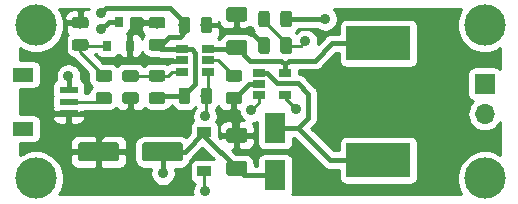
<source format=gtl>
G04 #@! TF.GenerationSoftware,KiCad,Pcbnew,(5.1.4)-1*
G04 #@! TF.CreationDate,2020-03-31T09:33:02+09:00*
G04 #@! TF.ProjectId,solenoid-driver,736f6c65-6e6f-4696-942d-647269766572,rev?*
G04 #@! TF.SameCoordinates,Original*
G04 #@! TF.FileFunction,Copper,L1,Top*
G04 #@! TF.FilePolarity,Positive*
%FSLAX46Y46*%
G04 Gerber Fmt 4.6, Leading zero omitted, Abs format (unit mm)*
G04 Created by KiCad (PCBNEW (5.1.4)-1) date 2020-03-31 09:33:02*
%MOMM*%
%LPD*%
G04 APERTURE LIST*
%ADD10R,1.200000X0.900000*%
%ADD11C,0.100000*%
%ADD12C,0.975000*%
%ADD13R,0.800000X0.900000*%
%ADD14C,3.500000*%
%ADD15O,1.700000X1.700000*%
%ADD16R,1.700000X1.700000*%
%ADD17R,1.060000X0.650000*%
%ADD18R,5.400000X2.900000*%
%ADD19R,1.550000X0.600000*%
%ADD20R,1.800000X1.200000*%
%ADD21R,1.800000X2.500000*%
%ADD22C,1.600000*%
%ADD23C,1.250000*%
%ADD24C,0.889000*%
%ADD25C,0.381000*%
%ADD26C,0.254000*%
G04 APERTURE END LIST*
D10*
X186250000Y-123400000D03*
X186250000Y-120100000D03*
D11*
G36*
X178230142Y-116701174D02*
G01*
X178253803Y-116704684D01*
X178277007Y-116710496D01*
X178299529Y-116718554D01*
X178321153Y-116728782D01*
X178341670Y-116741079D01*
X178360883Y-116755329D01*
X178378607Y-116771393D01*
X178394671Y-116789117D01*
X178408921Y-116808330D01*
X178421218Y-116828847D01*
X178431446Y-116850471D01*
X178439504Y-116872993D01*
X178445316Y-116896197D01*
X178448826Y-116919858D01*
X178450000Y-116943750D01*
X178450000Y-117431250D01*
X178448826Y-117455142D01*
X178445316Y-117478803D01*
X178439504Y-117502007D01*
X178431446Y-117524529D01*
X178421218Y-117546153D01*
X178408921Y-117566670D01*
X178394671Y-117585883D01*
X178378607Y-117603607D01*
X178360883Y-117619671D01*
X178341670Y-117633921D01*
X178321153Y-117646218D01*
X178299529Y-117656446D01*
X178277007Y-117664504D01*
X178253803Y-117670316D01*
X178230142Y-117673826D01*
X178206250Y-117675000D01*
X177293750Y-117675000D01*
X177269858Y-117673826D01*
X177246197Y-117670316D01*
X177222993Y-117664504D01*
X177200471Y-117656446D01*
X177178847Y-117646218D01*
X177158330Y-117633921D01*
X177139117Y-117619671D01*
X177121393Y-117603607D01*
X177105329Y-117585883D01*
X177091079Y-117566670D01*
X177078782Y-117546153D01*
X177068554Y-117524529D01*
X177060496Y-117502007D01*
X177054684Y-117478803D01*
X177051174Y-117455142D01*
X177050000Y-117431250D01*
X177050000Y-116943750D01*
X177051174Y-116919858D01*
X177054684Y-116896197D01*
X177060496Y-116872993D01*
X177068554Y-116850471D01*
X177078782Y-116828847D01*
X177091079Y-116808330D01*
X177105329Y-116789117D01*
X177121393Y-116771393D01*
X177139117Y-116755329D01*
X177158330Y-116741079D01*
X177178847Y-116728782D01*
X177200471Y-116718554D01*
X177222993Y-116710496D01*
X177246197Y-116704684D01*
X177269858Y-116701174D01*
X177293750Y-116700000D01*
X178206250Y-116700000D01*
X178230142Y-116701174D01*
X178230142Y-116701174D01*
G37*
D12*
X177750000Y-117187500D03*
D11*
G36*
X178230142Y-114826174D02*
G01*
X178253803Y-114829684D01*
X178277007Y-114835496D01*
X178299529Y-114843554D01*
X178321153Y-114853782D01*
X178341670Y-114866079D01*
X178360883Y-114880329D01*
X178378607Y-114896393D01*
X178394671Y-114914117D01*
X178408921Y-114933330D01*
X178421218Y-114953847D01*
X178431446Y-114975471D01*
X178439504Y-114997993D01*
X178445316Y-115021197D01*
X178448826Y-115044858D01*
X178450000Y-115068750D01*
X178450000Y-115556250D01*
X178448826Y-115580142D01*
X178445316Y-115603803D01*
X178439504Y-115627007D01*
X178431446Y-115649529D01*
X178421218Y-115671153D01*
X178408921Y-115691670D01*
X178394671Y-115710883D01*
X178378607Y-115728607D01*
X178360883Y-115744671D01*
X178341670Y-115758921D01*
X178321153Y-115771218D01*
X178299529Y-115781446D01*
X178277007Y-115789504D01*
X178253803Y-115795316D01*
X178230142Y-115798826D01*
X178206250Y-115800000D01*
X177293750Y-115800000D01*
X177269858Y-115798826D01*
X177246197Y-115795316D01*
X177222993Y-115789504D01*
X177200471Y-115781446D01*
X177178847Y-115771218D01*
X177158330Y-115758921D01*
X177139117Y-115744671D01*
X177121393Y-115728607D01*
X177105329Y-115710883D01*
X177091079Y-115691670D01*
X177078782Y-115671153D01*
X177068554Y-115649529D01*
X177060496Y-115627007D01*
X177054684Y-115603803D01*
X177051174Y-115580142D01*
X177050000Y-115556250D01*
X177050000Y-115068750D01*
X177051174Y-115044858D01*
X177054684Y-115021197D01*
X177060496Y-114997993D01*
X177068554Y-114975471D01*
X177078782Y-114953847D01*
X177091079Y-114933330D01*
X177105329Y-114914117D01*
X177121393Y-114896393D01*
X177139117Y-114880329D01*
X177158330Y-114866079D01*
X177178847Y-114853782D01*
X177200471Y-114843554D01*
X177222993Y-114835496D01*
X177246197Y-114829684D01*
X177269858Y-114826174D01*
X177293750Y-114825000D01*
X178206250Y-114825000D01*
X178230142Y-114826174D01*
X178230142Y-114826174D01*
G37*
D12*
X177750000Y-115312500D03*
D13*
X179000000Y-110750000D03*
X179950000Y-112750000D03*
X178050000Y-112750000D03*
D11*
G36*
X176230142Y-112201174D02*
G01*
X176253803Y-112204684D01*
X176277007Y-112210496D01*
X176299529Y-112218554D01*
X176321153Y-112228782D01*
X176341670Y-112241079D01*
X176360883Y-112255329D01*
X176378607Y-112271393D01*
X176394671Y-112289117D01*
X176408921Y-112308330D01*
X176421218Y-112328847D01*
X176431446Y-112350471D01*
X176439504Y-112372993D01*
X176445316Y-112396197D01*
X176448826Y-112419858D01*
X176450000Y-112443750D01*
X176450000Y-112931250D01*
X176448826Y-112955142D01*
X176445316Y-112978803D01*
X176439504Y-113002007D01*
X176431446Y-113024529D01*
X176421218Y-113046153D01*
X176408921Y-113066670D01*
X176394671Y-113085883D01*
X176378607Y-113103607D01*
X176360883Y-113119671D01*
X176341670Y-113133921D01*
X176321153Y-113146218D01*
X176299529Y-113156446D01*
X176277007Y-113164504D01*
X176253803Y-113170316D01*
X176230142Y-113173826D01*
X176206250Y-113175000D01*
X175293750Y-113175000D01*
X175269858Y-113173826D01*
X175246197Y-113170316D01*
X175222993Y-113164504D01*
X175200471Y-113156446D01*
X175178847Y-113146218D01*
X175158330Y-113133921D01*
X175139117Y-113119671D01*
X175121393Y-113103607D01*
X175105329Y-113085883D01*
X175091079Y-113066670D01*
X175078782Y-113046153D01*
X175068554Y-113024529D01*
X175060496Y-113002007D01*
X175054684Y-112978803D01*
X175051174Y-112955142D01*
X175050000Y-112931250D01*
X175050000Y-112443750D01*
X175051174Y-112419858D01*
X175054684Y-112396197D01*
X175060496Y-112372993D01*
X175068554Y-112350471D01*
X175078782Y-112328847D01*
X175091079Y-112308330D01*
X175105329Y-112289117D01*
X175121393Y-112271393D01*
X175139117Y-112255329D01*
X175158330Y-112241079D01*
X175178847Y-112228782D01*
X175200471Y-112218554D01*
X175222993Y-112210496D01*
X175246197Y-112204684D01*
X175269858Y-112201174D01*
X175293750Y-112200000D01*
X176206250Y-112200000D01*
X176230142Y-112201174D01*
X176230142Y-112201174D01*
G37*
D12*
X175750000Y-112687500D03*
D11*
G36*
X176230142Y-110326174D02*
G01*
X176253803Y-110329684D01*
X176277007Y-110335496D01*
X176299529Y-110343554D01*
X176321153Y-110353782D01*
X176341670Y-110366079D01*
X176360883Y-110380329D01*
X176378607Y-110396393D01*
X176394671Y-110414117D01*
X176408921Y-110433330D01*
X176421218Y-110453847D01*
X176431446Y-110475471D01*
X176439504Y-110497993D01*
X176445316Y-110521197D01*
X176448826Y-110544858D01*
X176450000Y-110568750D01*
X176450000Y-111056250D01*
X176448826Y-111080142D01*
X176445316Y-111103803D01*
X176439504Y-111127007D01*
X176431446Y-111149529D01*
X176421218Y-111171153D01*
X176408921Y-111191670D01*
X176394671Y-111210883D01*
X176378607Y-111228607D01*
X176360883Y-111244671D01*
X176341670Y-111258921D01*
X176321153Y-111271218D01*
X176299529Y-111281446D01*
X176277007Y-111289504D01*
X176253803Y-111295316D01*
X176230142Y-111298826D01*
X176206250Y-111300000D01*
X175293750Y-111300000D01*
X175269858Y-111298826D01*
X175246197Y-111295316D01*
X175222993Y-111289504D01*
X175200471Y-111281446D01*
X175178847Y-111271218D01*
X175158330Y-111258921D01*
X175139117Y-111244671D01*
X175121393Y-111228607D01*
X175105329Y-111210883D01*
X175091079Y-111191670D01*
X175078782Y-111171153D01*
X175068554Y-111149529D01*
X175060496Y-111127007D01*
X175054684Y-111103803D01*
X175051174Y-111080142D01*
X175050000Y-111056250D01*
X175050000Y-110568750D01*
X175051174Y-110544858D01*
X175054684Y-110521197D01*
X175060496Y-110497993D01*
X175068554Y-110475471D01*
X175078782Y-110453847D01*
X175091079Y-110433330D01*
X175105329Y-110414117D01*
X175121393Y-110396393D01*
X175139117Y-110380329D01*
X175158330Y-110366079D01*
X175178847Y-110353782D01*
X175200471Y-110343554D01*
X175222993Y-110335496D01*
X175246197Y-110329684D01*
X175269858Y-110326174D01*
X175293750Y-110325000D01*
X176206250Y-110325000D01*
X176230142Y-110326174D01*
X176230142Y-110326174D01*
G37*
D12*
X175750000Y-110812500D03*
D11*
G36*
X182730142Y-116701174D02*
G01*
X182753803Y-116704684D01*
X182777007Y-116710496D01*
X182799529Y-116718554D01*
X182821153Y-116728782D01*
X182841670Y-116741079D01*
X182860883Y-116755329D01*
X182878607Y-116771393D01*
X182894671Y-116789117D01*
X182908921Y-116808330D01*
X182921218Y-116828847D01*
X182931446Y-116850471D01*
X182939504Y-116872993D01*
X182945316Y-116896197D01*
X182948826Y-116919858D01*
X182950000Y-116943750D01*
X182950000Y-117431250D01*
X182948826Y-117455142D01*
X182945316Y-117478803D01*
X182939504Y-117502007D01*
X182931446Y-117524529D01*
X182921218Y-117546153D01*
X182908921Y-117566670D01*
X182894671Y-117585883D01*
X182878607Y-117603607D01*
X182860883Y-117619671D01*
X182841670Y-117633921D01*
X182821153Y-117646218D01*
X182799529Y-117656446D01*
X182777007Y-117664504D01*
X182753803Y-117670316D01*
X182730142Y-117673826D01*
X182706250Y-117675000D01*
X181793750Y-117675000D01*
X181769858Y-117673826D01*
X181746197Y-117670316D01*
X181722993Y-117664504D01*
X181700471Y-117656446D01*
X181678847Y-117646218D01*
X181658330Y-117633921D01*
X181639117Y-117619671D01*
X181621393Y-117603607D01*
X181605329Y-117585883D01*
X181591079Y-117566670D01*
X181578782Y-117546153D01*
X181568554Y-117524529D01*
X181560496Y-117502007D01*
X181554684Y-117478803D01*
X181551174Y-117455142D01*
X181550000Y-117431250D01*
X181550000Y-116943750D01*
X181551174Y-116919858D01*
X181554684Y-116896197D01*
X181560496Y-116872993D01*
X181568554Y-116850471D01*
X181578782Y-116828847D01*
X181591079Y-116808330D01*
X181605329Y-116789117D01*
X181621393Y-116771393D01*
X181639117Y-116755329D01*
X181658330Y-116741079D01*
X181678847Y-116728782D01*
X181700471Y-116718554D01*
X181722993Y-116710496D01*
X181746197Y-116704684D01*
X181769858Y-116701174D01*
X181793750Y-116700000D01*
X182706250Y-116700000D01*
X182730142Y-116701174D01*
X182730142Y-116701174D01*
G37*
D12*
X182250000Y-117187500D03*
D11*
G36*
X182730142Y-114826174D02*
G01*
X182753803Y-114829684D01*
X182777007Y-114835496D01*
X182799529Y-114843554D01*
X182821153Y-114853782D01*
X182841670Y-114866079D01*
X182860883Y-114880329D01*
X182878607Y-114896393D01*
X182894671Y-114914117D01*
X182908921Y-114933330D01*
X182921218Y-114953847D01*
X182931446Y-114975471D01*
X182939504Y-114997993D01*
X182945316Y-115021197D01*
X182948826Y-115044858D01*
X182950000Y-115068750D01*
X182950000Y-115556250D01*
X182948826Y-115580142D01*
X182945316Y-115603803D01*
X182939504Y-115627007D01*
X182931446Y-115649529D01*
X182921218Y-115671153D01*
X182908921Y-115691670D01*
X182894671Y-115710883D01*
X182878607Y-115728607D01*
X182860883Y-115744671D01*
X182841670Y-115758921D01*
X182821153Y-115771218D01*
X182799529Y-115781446D01*
X182777007Y-115789504D01*
X182753803Y-115795316D01*
X182730142Y-115798826D01*
X182706250Y-115800000D01*
X181793750Y-115800000D01*
X181769858Y-115798826D01*
X181746197Y-115795316D01*
X181722993Y-115789504D01*
X181700471Y-115781446D01*
X181678847Y-115771218D01*
X181658330Y-115758921D01*
X181639117Y-115744671D01*
X181621393Y-115728607D01*
X181605329Y-115710883D01*
X181591079Y-115691670D01*
X181578782Y-115671153D01*
X181568554Y-115649529D01*
X181560496Y-115627007D01*
X181554684Y-115603803D01*
X181551174Y-115580142D01*
X181550000Y-115556250D01*
X181550000Y-115068750D01*
X181551174Y-115044858D01*
X181554684Y-115021197D01*
X181560496Y-114997993D01*
X181568554Y-114975471D01*
X181578782Y-114953847D01*
X181591079Y-114933330D01*
X181605329Y-114914117D01*
X181621393Y-114896393D01*
X181639117Y-114880329D01*
X181658330Y-114866079D01*
X181678847Y-114853782D01*
X181700471Y-114843554D01*
X181722993Y-114835496D01*
X181746197Y-114829684D01*
X181769858Y-114826174D01*
X181793750Y-114825000D01*
X182706250Y-114825000D01*
X182730142Y-114826174D01*
X182730142Y-114826174D01*
G37*
D12*
X182250000Y-115312500D03*
D11*
G36*
X180480142Y-116701174D02*
G01*
X180503803Y-116704684D01*
X180527007Y-116710496D01*
X180549529Y-116718554D01*
X180571153Y-116728782D01*
X180591670Y-116741079D01*
X180610883Y-116755329D01*
X180628607Y-116771393D01*
X180644671Y-116789117D01*
X180658921Y-116808330D01*
X180671218Y-116828847D01*
X180681446Y-116850471D01*
X180689504Y-116872993D01*
X180695316Y-116896197D01*
X180698826Y-116919858D01*
X180700000Y-116943750D01*
X180700000Y-117431250D01*
X180698826Y-117455142D01*
X180695316Y-117478803D01*
X180689504Y-117502007D01*
X180681446Y-117524529D01*
X180671218Y-117546153D01*
X180658921Y-117566670D01*
X180644671Y-117585883D01*
X180628607Y-117603607D01*
X180610883Y-117619671D01*
X180591670Y-117633921D01*
X180571153Y-117646218D01*
X180549529Y-117656446D01*
X180527007Y-117664504D01*
X180503803Y-117670316D01*
X180480142Y-117673826D01*
X180456250Y-117675000D01*
X179543750Y-117675000D01*
X179519858Y-117673826D01*
X179496197Y-117670316D01*
X179472993Y-117664504D01*
X179450471Y-117656446D01*
X179428847Y-117646218D01*
X179408330Y-117633921D01*
X179389117Y-117619671D01*
X179371393Y-117603607D01*
X179355329Y-117585883D01*
X179341079Y-117566670D01*
X179328782Y-117546153D01*
X179318554Y-117524529D01*
X179310496Y-117502007D01*
X179304684Y-117478803D01*
X179301174Y-117455142D01*
X179300000Y-117431250D01*
X179300000Y-116943750D01*
X179301174Y-116919858D01*
X179304684Y-116896197D01*
X179310496Y-116872993D01*
X179318554Y-116850471D01*
X179328782Y-116828847D01*
X179341079Y-116808330D01*
X179355329Y-116789117D01*
X179371393Y-116771393D01*
X179389117Y-116755329D01*
X179408330Y-116741079D01*
X179428847Y-116728782D01*
X179450471Y-116718554D01*
X179472993Y-116710496D01*
X179496197Y-116704684D01*
X179519858Y-116701174D01*
X179543750Y-116700000D01*
X180456250Y-116700000D01*
X180480142Y-116701174D01*
X180480142Y-116701174D01*
G37*
D12*
X180000000Y-117187500D03*
D11*
G36*
X180480142Y-114826174D02*
G01*
X180503803Y-114829684D01*
X180527007Y-114835496D01*
X180549529Y-114843554D01*
X180571153Y-114853782D01*
X180591670Y-114866079D01*
X180610883Y-114880329D01*
X180628607Y-114896393D01*
X180644671Y-114914117D01*
X180658921Y-114933330D01*
X180671218Y-114953847D01*
X180681446Y-114975471D01*
X180689504Y-114997993D01*
X180695316Y-115021197D01*
X180698826Y-115044858D01*
X180700000Y-115068750D01*
X180700000Y-115556250D01*
X180698826Y-115580142D01*
X180695316Y-115603803D01*
X180689504Y-115627007D01*
X180681446Y-115649529D01*
X180671218Y-115671153D01*
X180658921Y-115691670D01*
X180644671Y-115710883D01*
X180628607Y-115728607D01*
X180610883Y-115744671D01*
X180591670Y-115758921D01*
X180571153Y-115771218D01*
X180549529Y-115781446D01*
X180527007Y-115789504D01*
X180503803Y-115795316D01*
X180480142Y-115798826D01*
X180456250Y-115800000D01*
X179543750Y-115800000D01*
X179519858Y-115798826D01*
X179496197Y-115795316D01*
X179472993Y-115789504D01*
X179450471Y-115781446D01*
X179428847Y-115771218D01*
X179408330Y-115758921D01*
X179389117Y-115744671D01*
X179371393Y-115728607D01*
X179355329Y-115710883D01*
X179341079Y-115691670D01*
X179328782Y-115671153D01*
X179318554Y-115649529D01*
X179310496Y-115627007D01*
X179304684Y-115603803D01*
X179301174Y-115580142D01*
X179300000Y-115556250D01*
X179300000Y-115068750D01*
X179301174Y-115044858D01*
X179304684Y-115021197D01*
X179310496Y-114997993D01*
X179318554Y-114975471D01*
X179328782Y-114953847D01*
X179341079Y-114933330D01*
X179355329Y-114914117D01*
X179371393Y-114896393D01*
X179389117Y-114880329D01*
X179408330Y-114866079D01*
X179428847Y-114853782D01*
X179450471Y-114843554D01*
X179472993Y-114835496D01*
X179496197Y-114829684D01*
X179519858Y-114826174D01*
X179543750Y-114825000D01*
X180456250Y-114825000D01*
X180480142Y-114826174D01*
X180480142Y-114826174D01*
G37*
D12*
X180000000Y-115312500D03*
D14*
X210000000Y-124000000D03*
X210000000Y-111000000D03*
X172000000Y-124000000D03*
X172000000Y-111000000D03*
D15*
X210000000Y-118540000D03*
D16*
X210000000Y-116000000D03*
D17*
X193100000Y-115050000D03*
X193100000Y-116950000D03*
X190900000Y-116950000D03*
X190900000Y-116000000D03*
X190900000Y-115050000D03*
X184400000Y-113050000D03*
X184400000Y-114000000D03*
X184400000Y-114950000D03*
X186600000Y-114950000D03*
X186600000Y-113050000D03*
X186600000Y-114000000D03*
D11*
G36*
X191580142Y-112051174D02*
G01*
X191603803Y-112054684D01*
X191627007Y-112060496D01*
X191649529Y-112068554D01*
X191671153Y-112078782D01*
X191691670Y-112091079D01*
X191710883Y-112105329D01*
X191728607Y-112121393D01*
X191744671Y-112139117D01*
X191758921Y-112158330D01*
X191771218Y-112178847D01*
X191781446Y-112200471D01*
X191789504Y-112222993D01*
X191795316Y-112246197D01*
X191798826Y-112269858D01*
X191800000Y-112293750D01*
X191800000Y-113206250D01*
X191798826Y-113230142D01*
X191795316Y-113253803D01*
X191789504Y-113277007D01*
X191781446Y-113299529D01*
X191771218Y-113321153D01*
X191758921Y-113341670D01*
X191744671Y-113360883D01*
X191728607Y-113378607D01*
X191710883Y-113394671D01*
X191691670Y-113408921D01*
X191671153Y-113421218D01*
X191649529Y-113431446D01*
X191627007Y-113439504D01*
X191603803Y-113445316D01*
X191580142Y-113448826D01*
X191556250Y-113450000D01*
X191068750Y-113450000D01*
X191044858Y-113448826D01*
X191021197Y-113445316D01*
X190997993Y-113439504D01*
X190975471Y-113431446D01*
X190953847Y-113421218D01*
X190933330Y-113408921D01*
X190914117Y-113394671D01*
X190896393Y-113378607D01*
X190880329Y-113360883D01*
X190866079Y-113341670D01*
X190853782Y-113321153D01*
X190843554Y-113299529D01*
X190835496Y-113277007D01*
X190829684Y-113253803D01*
X190826174Y-113230142D01*
X190825000Y-113206250D01*
X190825000Y-112293750D01*
X190826174Y-112269858D01*
X190829684Y-112246197D01*
X190835496Y-112222993D01*
X190843554Y-112200471D01*
X190853782Y-112178847D01*
X190866079Y-112158330D01*
X190880329Y-112139117D01*
X190896393Y-112121393D01*
X190914117Y-112105329D01*
X190933330Y-112091079D01*
X190953847Y-112078782D01*
X190975471Y-112068554D01*
X190997993Y-112060496D01*
X191021197Y-112054684D01*
X191044858Y-112051174D01*
X191068750Y-112050000D01*
X191556250Y-112050000D01*
X191580142Y-112051174D01*
X191580142Y-112051174D01*
G37*
D12*
X191312500Y-112750000D03*
D11*
G36*
X193455142Y-112051174D02*
G01*
X193478803Y-112054684D01*
X193502007Y-112060496D01*
X193524529Y-112068554D01*
X193546153Y-112078782D01*
X193566670Y-112091079D01*
X193585883Y-112105329D01*
X193603607Y-112121393D01*
X193619671Y-112139117D01*
X193633921Y-112158330D01*
X193646218Y-112178847D01*
X193656446Y-112200471D01*
X193664504Y-112222993D01*
X193670316Y-112246197D01*
X193673826Y-112269858D01*
X193675000Y-112293750D01*
X193675000Y-113206250D01*
X193673826Y-113230142D01*
X193670316Y-113253803D01*
X193664504Y-113277007D01*
X193656446Y-113299529D01*
X193646218Y-113321153D01*
X193633921Y-113341670D01*
X193619671Y-113360883D01*
X193603607Y-113378607D01*
X193585883Y-113394671D01*
X193566670Y-113408921D01*
X193546153Y-113421218D01*
X193524529Y-113431446D01*
X193502007Y-113439504D01*
X193478803Y-113445316D01*
X193455142Y-113448826D01*
X193431250Y-113450000D01*
X192943750Y-113450000D01*
X192919858Y-113448826D01*
X192896197Y-113445316D01*
X192872993Y-113439504D01*
X192850471Y-113431446D01*
X192828847Y-113421218D01*
X192808330Y-113408921D01*
X192789117Y-113394671D01*
X192771393Y-113378607D01*
X192755329Y-113360883D01*
X192741079Y-113341670D01*
X192728782Y-113321153D01*
X192718554Y-113299529D01*
X192710496Y-113277007D01*
X192704684Y-113253803D01*
X192701174Y-113230142D01*
X192700000Y-113206250D01*
X192700000Y-112293750D01*
X192701174Y-112269858D01*
X192704684Y-112246197D01*
X192710496Y-112222993D01*
X192718554Y-112200471D01*
X192728782Y-112178847D01*
X192741079Y-112158330D01*
X192755329Y-112139117D01*
X192771393Y-112121393D01*
X192789117Y-112105329D01*
X192808330Y-112091079D01*
X192828847Y-112078782D01*
X192850471Y-112068554D01*
X192872993Y-112060496D01*
X192896197Y-112054684D01*
X192919858Y-112051174D01*
X192943750Y-112050000D01*
X193431250Y-112050000D01*
X193455142Y-112051174D01*
X193455142Y-112051174D01*
G37*
D12*
X193187500Y-112750000D03*
D11*
G36*
X191580142Y-109801174D02*
G01*
X191603803Y-109804684D01*
X191627007Y-109810496D01*
X191649529Y-109818554D01*
X191671153Y-109828782D01*
X191691670Y-109841079D01*
X191710883Y-109855329D01*
X191728607Y-109871393D01*
X191744671Y-109889117D01*
X191758921Y-109908330D01*
X191771218Y-109928847D01*
X191781446Y-109950471D01*
X191789504Y-109972993D01*
X191795316Y-109996197D01*
X191798826Y-110019858D01*
X191800000Y-110043750D01*
X191800000Y-110956250D01*
X191798826Y-110980142D01*
X191795316Y-111003803D01*
X191789504Y-111027007D01*
X191781446Y-111049529D01*
X191771218Y-111071153D01*
X191758921Y-111091670D01*
X191744671Y-111110883D01*
X191728607Y-111128607D01*
X191710883Y-111144671D01*
X191691670Y-111158921D01*
X191671153Y-111171218D01*
X191649529Y-111181446D01*
X191627007Y-111189504D01*
X191603803Y-111195316D01*
X191580142Y-111198826D01*
X191556250Y-111200000D01*
X191068750Y-111200000D01*
X191044858Y-111198826D01*
X191021197Y-111195316D01*
X190997993Y-111189504D01*
X190975471Y-111181446D01*
X190953847Y-111171218D01*
X190933330Y-111158921D01*
X190914117Y-111144671D01*
X190896393Y-111128607D01*
X190880329Y-111110883D01*
X190866079Y-111091670D01*
X190853782Y-111071153D01*
X190843554Y-111049529D01*
X190835496Y-111027007D01*
X190829684Y-111003803D01*
X190826174Y-110980142D01*
X190825000Y-110956250D01*
X190825000Y-110043750D01*
X190826174Y-110019858D01*
X190829684Y-109996197D01*
X190835496Y-109972993D01*
X190843554Y-109950471D01*
X190853782Y-109928847D01*
X190866079Y-109908330D01*
X190880329Y-109889117D01*
X190896393Y-109871393D01*
X190914117Y-109855329D01*
X190933330Y-109841079D01*
X190953847Y-109828782D01*
X190975471Y-109818554D01*
X190997993Y-109810496D01*
X191021197Y-109804684D01*
X191044858Y-109801174D01*
X191068750Y-109800000D01*
X191556250Y-109800000D01*
X191580142Y-109801174D01*
X191580142Y-109801174D01*
G37*
D12*
X191312500Y-110500000D03*
D11*
G36*
X193455142Y-109801174D02*
G01*
X193478803Y-109804684D01*
X193502007Y-109810496D01*
X193524529Y-109818554D01*
X193546153Y-109828782D01*
X193566670Y-109841079D01*
X193585883Y-109855329D01*
X193603607Y-109871393D01*
X193619671Y-109889117D01*
X193633921Y-109908330D01*
X193646218Y-109928847D01*
X193656446Y-109950471D01*
X193664504Y-109972993D01*
X193670316Y-109996197D01*
X193673826Y-110019858D01*
X193675000Y-110043750D01*
X193675000Y-110956250D01*
X193673826Y-110980142D01*
X193670316Y-111003803D01*
X193664504Y-111027007D01*
X193656446Y-111049529D01*
X193646218Y-111071153D01*
X193633921Y-111091670D01*
X193619671Y-111110883D01*
X193603607Y-111128607D01*
X193585883Y-111144671D01*
X193566670Y-111158921D01*
X193546153Y-111171218D01*
X193524529Y-111181446D01*
X193502007Y-111189504D01*
X193478803Y-111195316D01*
X193455142Y-111198826D01*
X193431250Y-111200000D01*
X192943750Y-111200000D01*
X192919858Y-111198826D01*
X192896197Y-111195316D01*
X192872993Y-111189504D01*
X192850471Y-111181446D01*
X192828847Y-111171218D01*
X192808330Y-111158921D01*
X192789117Y-111144671D01*
X192771393Y-111128607D01*
X192755329Y-111110883D01*
X192741079Y-111091670D01*
X192728782Y-111071153D01*
X192718554Y-111049529D01*
X192710496Y-111027007D01*
X192704684Y-111003803D01*
X192701174Y-110980142D01*
X192700000Y-110956250D01*
X192700000Y-110043750D01*
X192701174Y-110019858D01*
X192704684Y-109996197D01*
X192710496Y-109972993D01*
X192718554Y-109950471D01*
X192728782Y-109928847D01*
X192741079Y-109908330D01*
X192755329Y-109889117D01*
X192771393Y-109871393D01*
X192789117Y-109855329D01*
X192808330Y-109841079D01*
X192828847Y-109828782D01*
X192850471Y-109818554D01*
X192872993Y-109810496D01*
X192896197Y-109804684D01*
X192919858Y-109801174D01*
X192943750Y-109800000D01*
X193431250Y-109800000D01*
X193455142Y-109801174D01*
X193455142Y-109801174D01*
G37*
D12*
X193187500Y-110500000D03*
D11*
G36*
X186705142Y-116301174D02*
G01*
X186728803Y-116304684D01*
X186752007Y-116310496D01*
X186774529Y-116318554D01*
X186796153Y-116328782D01*
X186816670Y-116341079D01*
X186835883Y-116355329D01*
X186853607Y-116371393D01*
X186869671Y-116389117D01*
X186883921Y-116408330D01*
X186896218Y-116428847D01*
X186906446Y-116450471D01*
X186914504Y-116472993D01*
X186920316Y-116496197D01*
X186923826Y-116519858D01*
X186925000Y-116543750D01*
X186925000Y-117456250D01*
X186923826Y-117480142D01*
X186920316Y-117503803D01*
X186914504Y-117527007D01*
X186906446Y-117549529D01*
X186896218Y-117571153D01*
X186883921Y-117591670D01*
X186869671Y-117610883D01*
X186853607Y-117628607D01*
X186835883Y-117644671D01*
X186816670Y-117658921D01*
X186796153Y-117671218D01*
X186774529Y-117681446D01*
X186752007Y-117689504D01*
X186728803Y-117695316D01*
X186705142Y-117698826D01*
X186681250Y-117700000D01*
X186193750Y-117700000D01*
X186169858Y-117698826D01*
X186146197Y-117695316D01*
X186122993Y-117689504D01*
X186100471Y-117681446D01*
X186078847Y-117671218D01*
X186058330Y-117658921D01*
X186039117Y-117644671D01*
X186021393Y-117628607D01*
X186005329Y-117610883D01*
X185991079Y-117591670D01*
X185978782Y-117571153D01*
X185968554Y-117549529D01*
X185960496Y-117527007D01*
X185954684Y-117503803D01*
X185951174Y-117480142D01*
X185950000Y-117456250D01*
X185950000Y-116543750D01*
X185951174Y-116519858D01*
X185954684Y-116496197D01*
X185960496Y-116472993D01*
X185968554Y-116450471D01*
X185978782Y-116428847D01*
X185991079Y-116408330D01*
X186005329Y-116389117D01*
X186021393Y-116371393D01*
X186039117Y-116355329D01*
X186058330Y-116341079D01*
X186078847Y-116328782D01*
X186100471Y-116318554D01*
X186122993Y-116310496D01*
X186146197Y-116304684D01*
X186169858Y-116301174D01*
X186193750Y-116300000D01*
X186681250Y-116300000D01*
X186705142Y-116301174D01*
X186705142Y-116301174D01*
G37*
D12*
X186437500Y-117000000D03*
D11*
G36*
X184830142Y-116301174D02*
G01*
X184853803Y-116304684D01*
X184877007Y-116310496D01*
X184899529Y-116318554D01*
X184921153Y-116328782D01*
X184941670Y-116341079D01*
X184960883Y-116355329D01*
X184978607Y-116371393D01*
X184994671Y-116389117D01*
X185008921Y-116408330D01*
X185021218Y-116428847D01*
X185031446Y-116450471D01*
X185039504Y-116472993D01*
X185045316Y-116496197D01*
X185048826Y-116519858D01*
X185050000Y-116543750D01*
X185050000Y-117456250D01*
X185048826Y-117480142D01*
X185045316Y-117503803D01*
X185039504Y-117527007D01*
X185031446Y-117549529D01*
X185021218Y-117571153D01*
X185008921Y-117591670D01*
X184994671Y-117610883D01*
X184978607Y-117628607D01*
X184960883Y-117644671D01*
X184941670Y-117658921D01*
X184921153Y-117671218D01*
X184899529Y-117681446D01*
X184877007Y-117689504D01*
X184853803Y-117695316D01*
X184830142Y-117698826D01*
X184806250Y-117700000D01*
X184318750Y-117700000D01*
X184294858Y-117698826D01*
X184271197Y-117695316D01*
X184247993Y-117689504D01*
X184225471Y-117681446D01*
X184203847Y-117671218D01*
X184183330Y-117658921D01*
X184164117Y-117644671D01*
X184146393Y-117628607D01*
X184130329Y-117610883D01*
X184116079Y-117591670D01*
X184103782Y-117571153D01*
X184093554Y-117549529D01*
X184085496Y-117527007D01*
X184079684Y-117503803D01*
X184076174Y-117480142D01*
X184075000Y-117456250D01*
X184075000Y-116543750D01*
X184076174Y-116519858D01*
X184079684Y-116496197D01*
X184085496Y-116472993D01*
X184093554Y-116450471D01*
X184103782Y-116428847D01*
X184116079Y-116408330D01*
X184130329Y-116389117D01*
X184146393Y-116371393D01*
X184164117Y-116355329D01*
X184183330Y-116341079D01*
X184203847Y-116328782D01*
X184225471Y-116318554D01*
X184247993Y-116310496D01*
X184271197Y-116304684D01*
X184294858Y-116301174D01*
X184318750Y-116300000D01*
X184806250Y-116300000D01*
X184830142Y-116301174D01*
X184830142Y-116301174D01*
G37*
D12*
X184562500Y-117000000D03*
D11*
G36*
X189230142Y-114826174D02*
G01*
X189253803Y-114829684D01*
X189277007Y-114835496D01*
X189299529Y-114843554D01*
X189321153Y-114853782D01*
X189341670Y-114866079D01*
X189360883Y-114880329D01*
X189378607Y-114896393D01*
X189394671Y-114914117D01*
X189408921Y-114933330D01*
X189421218Y-114953847D01*
X189431446Y-114975471D01*
X189439504Y-114997993D01*
X189445316Y-115021197D01*
X189448826Y-115044858D01*
X189450000Y-115068750D01*
X189450000Y-115556250D01*
X189448826Y-115580142D01*
X189445316Y-115603803D01*
X189439504Y-115627007D01*
X189431446Y-115649529D01*
X189421218Y-115671153D01*
X189408921Y-115691670D01*
X189394671Y-115710883D01*
X189378607Y-115728607D01*
X189360883Y-115744671D01*
X189341670Y-115758921D01*
X189321153Y-115771218D01*
X189299529Y-115781446D01*
X189277007Y-115789504D01*
X189253803Y-115795316D01*
X189230142Y-115798826D01*
X189206250Y-115800000D01*
X188293750Y-115800000D01*
X188269858Y-115798826D01*
X188246197Y-115795316D01*
X188222993Y-115789504D01*
X188200471Y-115781446D01*
X188178847Y-115771218D01*
X188158330Y-115758921D01*
X188139117Y-115744671D01*
X188121393Y-115728607D01*
X188105329Y-115710883D01*
X188091079Y-115691670D01*
X188078782Y-115671153D01*
X188068554Y-115649529D01*
X188060496Y-115627007D01*
X188054684Y-115603803D01*
X188051174Y-115580142D01*
X188050000Y-115556250D01*
X188050000Y-115068750D01*
X188051174Y-115044858D01*
X188054684Y-115021197D01*
X188060496Y-114997993D01*
X188068554Y-114975471D01*
X188078782Y-114953847D01*
X188091079Y-114933330D01*
X188105329Y-114914117D01*
X188121393Y-114896393D01*
X188139117Y-114880329D01*
X188158330Y-114866079D01*
X188178847Y-114853782D01*
X188200471Y-114843554D01*
X188222993Y-114835496D01*
X188246197Y-114829684D01*
X188269858Y-114826174D01*
X188293750Y-114825000D01*
X189206250Y-114825000D01*
X189230142Y-114826174D01*
X189230142Y-114826174D01*
G37*
D12*
X188750000Y-115312500D03*
D11*
G36*
X189230142Y-116701174D02*
G01*
X189253803Y-116704684D01*
X189277007Y-116710496D01*
X189299529Y-116718554D01*
X189321153Y-116728782D01*
X189341670Y-116741079D01*
X189360883Y-116755329D01*
X189378607Y-116771393D01*
X189394671Y-116789117D01*
X189408921Y-116808330D01*
X189421218Y-116828847D01*
X189431446Y-116850471D01*
X189439504Y-116872993D01*
X189445316Y-116896197D01*
X189448826Y-116919858D01*
X189450000Y-116943750D01*
X189450000Y-117431250D01*
X189448826Y-117455142D01*
X189445316Y-117478803D01*
X189439504Y-117502007D01*
X189431446Y-117524529D01*
X189421218Y-117546153D01*
X189408921Y-117566670D01*
X189394671Y-117585883D01*
X189378607Y-117603607D01*
X189360883Y-117619671D01*
X189341670Y-117633921D01*
X189321153Y-117646218D01*
X189299529Y-117656446D01*
X189277007Y-117664504D01*
X189253803Y-117670316D01*
X189230142Y-117673826D01*
X189206250Y-117675000D01*
X188293750Y-117675000D01*
X188269858Y-117673826D01*
X188246197Y-117670316D01*
X188222993Y-117664504D01*
X188200471Y-117656446D01*
X188178847Y-117646218D01*
X188158330Y-117633921D01*
X188139117Y-117619671D01*
X188121393Y-117603607D01*
X188105329Y-117585883D01*
X188091079Y-117566670D01*
X188078782Y-117546153D01*
X188068554Y-117524529D01*
X188060496Y-117502007D01*
X188054684Y-117478803D01*
X188051174Y-117455142D01*
X188050000Y-117431250D01*
X188050000Y-116943750D01*
X188051174Y-116919858D01*
X188054684Y-116896197D01*
X188060496Y-116872993D01*
X188068554Y-116850471D01*
X188078782Y-116828847D01*
X188091079Y-116808330D01*
X188105329Y-116789117D01*
X188121393Y-116771393D01*
X188139117Y-116755329D01*
X188158330Y-116741079D01*
X188178847Y-116728782D01*
X188200471Y-116718554D01*
X188222993Y-116710496D01*
X188246197Y-116704684D01*
X188269858Y-116701174D01*
X188293750Y-116700000D01*
X189206250Y-116700000D01*
X189230142Y-116701174D01*
X189230142Y-116701174D01*
G37*
D12*
X188750000Y-117187500D03*
D18*
X201000000Y-122450000D03*
X201000000Y-112550000D03*
D19*
X174775000Y-118500000D03*
X174775000Y-117500000D03*
X174775000Y-116500000D03*
D20*
X170900000Y-115200000D03*
X170900000Y-119800000D03*
D21*
X192250000Y-123750000D03*
X192250000Y-119750000D03*
D11*
G36*
X178824504Y-120951204D02*
G01*
X178848773Y-120954804D01*
X178872571Y-120960765D01*
X178895671Y-120969030D01*
X178917849Y-120979520D01*
X178938893Y-120992133D01*
X178958598Y-121006747D01*
X178976777Y-121023223D01*
X178993253Y-121041402D01*
X179007867Y-121061107D01*
X179020480Y-121082151D01*
X179030970Y-121104329D01*
X179039235Y-121127429D01*
X179045196Y-121151227D01*
X179048796Y-121175496D01*
X179050000Y-121200000D01*
X179050000Y-122300000D01*
X179048796Y-122324504D01*
X179045196Y-122348773D01*
X179039235Y-122372571D01*
X179030970Y-122395671D01*
X179020480Y-122417849D01*
X179007867Y-122438893D01*
X178993253Y-122458598D01*
X178976777Y-122476777D01*
X178958598Y-122493253D01*
X178938893Y-122507867D01*
X178917849Y-122520480D01*
X178895671Y-122530970D01*
X178872571Y-122539235D01*
X178848773Y-122545196D01*
X178824504Y-122548796D01*
X178800000Y-122550000D01*
X175800000Y-122550000D01*
X175775496Y-122548796D01*
X175751227Y-122545196D01*
X175727429Y-122539235D01*
X175704329Y-122530970D01*
X175682151Y-122520480D01*
X175661107Y-122507867D01*
X175641402Y-122493253D01*
X175623223Y-122476777D01*
X175606747Y-122458598D01*
X175592133Y-122438893D01*
X175579520Y-122417849D01*
X175569030Y-122395671D01*
X175560765Y-122372571D01*
X175554804Y-122348773D01*
X175551204Y-122324504D01*
X175550000Y-122300000D01*
X175550000Y-121200000D01*
X175551204Y-121175496D01*
X175554804Y-121151227D01*
X175560765Y-121127429D01*
X175569030Y-121104329D01*
X175579520Y-121082151D01*
X175592133Y-121061107D01*
X175606747Y-121041402D01*
X175623223Y-121023223D01*
X175641402Y-121006747D01*
X175661107Y-120992133D01*
X175682151Y-120979520D01*
X175704329Y-120969030D01*
X175727429Y-120960765D01*
X175751227Y-120954804D01*
X175775496Y-120951204D01*
X175800000Y-120950000D01*
X178800000Y-120950000D01*
X178824504Y-120951204D01*
X178824504Y-120951204D01*
G37*
D22*
X177300000Y-121750000D03*
D11*
G36*
X184224504Y-120951204D02*
G01*
X184248773Y-120954804D01*
X184272571Y-120960765D01*
X184295671Y-120969030D01*
X184317849Y-120979520D01*
X184338893Y-120992133D01*
X184358598Y-121006747D01*
X184376777Y-121023223D01*
X184393253Y-121041402D01*
X184407867Y-121061107D01*
X184420480Y-121082151D01*
X184430970Y-121104329D01*
X184439235Y-121127429D01*
X184445196Y-121151227D01*
X184448796Y-121175496D01*
X184450000Y-121200000D01*
X184450000Y-122300000D01*
X184448796Y-122324504D01*
X184445196Y-122348773D01*
X184439235Y-122372571D01*
X184430970Y-122395671D01*
X184420480Y-122417849D01*
X184407867Y-122438893D01*
X184393253Y-122458598D01*
X184376777Y-122476777D01*
X184358598Y-122493253D01*
X184338893Y-122507867D01*
X184317849Y-122520480D01*
X184295671Y-122530970D01*
X184272571Y-122539235D01*
X184248773Y-122545196D01*
X184224504Y-122548796D01*
X184200000Y-122550000D01*
X181200000Y-122550000D01*
X181175496Y-122548796D01*
X181151227Y-122545196D01*
X181127429Y-122539235D01*
X181104329Y-122530970D01*
X181082151Y-122520480D01*
X181061107Y-122507867D01*
X181041402Y-122493253D01*
X181023223Y-122476777D01*
X181006747Y-122458598D01*
X180992133Y-122438893D01*
X180979520Y-122417849D01*
X180969030Y-122395671D01*
X180960765Y-122372571D01*
X180954804Y-122348773D01*
X180951204Y-122324504D01*
X180950000Y-122300000D01*
X180950000Y-121200000D01*
X180951204Y-121175496D01*
X180954804Y-121151227D01*
X180960765Y-121127429D01*
X180969030Y-121104329D01*
X180979520Y-121082151D01*
X180992133Y-121061107D01*
X181006747Y-121041402D01*
X181023223Y-121023223D01*
X181041402Y-121006747D01*
X181061107Y-120992133D01*
X181082151Y-120979520D01*
X181104329Y-120969030D01*
X181127429Y-120960765D01*
X181151227Y-120954804D01*
X181175496Y-120951204D01*
X181200000Y-120950000D01*
X184200000Y-120950000D01*
X184224504Y-120951204D01*
X184224504Y-120951204D01*
G37*
D22*
X182700000Y-121750000D03*
D11*
G36*
X189649504Y-119726204D02*
G01*
X189673773Y-119729804D01*
X189697571Y-119735765D01*
X189720671Y-119744030D01*
X189742849Y-119754520D01*
X189763893Y-119767133D01*
X189783598Y-119781747D01*
X189801777Y-119798223D01*
X189818253Y-119816402D01*
X189832867Y-119836107D01*
X189845480Y-119857151D01*
X189855970Y-119879329D01*
X189864235Y-119902429D01*
X189870196Y-119926227D01*
X189873796Y-119950496D01*
X189875000Y-119975000D01*
X189875000Y-120725000D01*
X189873796Y-120749504D01*
X189870196Y-120773773D01*
X189864235Y-120797571D01*
X189855970Y-120820671D01*
X189845480Y-120842849D01*
X189832867Y-120863893D01*
X189818253Y-120883598D01*
X189801777Y-120901777D01*
X189783598Y-120918253D01*
X189763893Y-120932867D01*
X189742849Y-120945480D01*
X189720671Y-120955970D01*
X189697571Y-120964235D01*
X189673773Y-120970196D01*
X189649504Y-120973796D01*
X189625000Y-120975000D01*
X188375000Y-120975000D01*
X188350496Y-120973796D01*
X188326227Y-120970196D01*
X188302429Y-120964235D01*
X188279329Y-120955970D01*
X188257151Y-120945480D01*
X188236107Y-120932867D01*
X188216402Y-120918253D01*
X188198223Y-120901777D01*
X188181747Y-120883598D01*
X188167133Y-120863893D01*
X188154520Y-120842849D01*
X188144030Y-120820671D01*
X188135765Y-120797571D01*
X188129804Y-120773773D01*
X188126204Y-120749504D01*
X188125000Y-120725000D01*
X188125000Y-119975000D01*
X188126204Y-119950496D01*
X188129804Y-119926227D01*
X188135765Y-119902429D01*
X188144030Y-119879329D01*
X188154520Y-119857151D01*
X188167133Y-119836107D01*
X188181747Y-119816402D01*
X188198223Y-119798223D01*
X188216402Y-119781747D01*
X188236107Y-119767133D01*
X188257151Y-119754520D01*
X188279329Y-119744030D01*
X188302429Y-119735765D01*
X188326227Y-119729804D01*
X188350496Y-119726204D01*
X188375000Y-119725000D01*
X189625000Y-119725000D01*
X189649504Y-119726204D01*
X189649504Y-119726204D01*
G37*
D23*
X189000000Y-120350000D03*
D11*
G36*
X189649504Y-122526204D02*
G01*
X189673773Y-122529804D01*
X189697571Y-122535765D01*
X189720671Y-122544030D01*
X189742849Y-122554520D01*
X189763893Y-122567133D01*
X189783598Y-122581747D01*
X189801777Y-122598223D01*
X189818253Y-122616402D01*
X189832867Y-122636107D01*
X189845480Y-122657151D01*
X189855970Y-122679329D01*
X189864235Y-122702429D01*
X189870196Y-122726227D01*
X189873796Y-122750496D01*
X189875000Y-122775000D01*
X189875000Y-123525000D01*
X189873796Y-123549504D01*
X189870196Y-123573773D01*
X189864235Y-123597571D01*
X189855970Y-123620671D01*
X189845480Y-123642849D01*
X189832867Y-123663893D01*
X189818253Y-123683598D01*
X189801777Y-123701777D01*
X189783598Y-123718253D01*
X189763893Y-123732867D01*
X189742849Y-123745480D01*
X189720671Y-123755970D01*
X189697571Y-123764235D01*
X189673773Y-123770196D01*
X189649504Y-123773796D01*
X189625000Y-123775000D01*
X188375000Y-123775000D01*
X188350496Y-123773796D01*
X188326227Y-123770196D01*
X188302429Y-123764235D01*
X188279329Y-123755970D01*
X188257151Y-123745480D01*
X188236107Y-123732867D01*
X188216402Y-123718253D01*
X188198223Y-123701777D01*
X188181747Y-123683598D01*
X188167133Y-123663893D01*
X188154520Y-123642849D01*
X188144030Y-123620671D01*
X188135765Y-123597571D01*
X188129804Y-123573773D01*
X188126204Y-123549504D01*
X188125000Y-123525000D01*
X188125000Y-122775000D01*
X188126204Y-122750496D01*
X188129804Y-122726227D01*
X188135765Y-122702429D01*
X188144030Y-122679329D01*
X188154520Y-122657151D01*
X188167133Y-122636107D01*
X188181747Y-122616402D01*
X188198223Y-122598223D01*
X188216402Y-122581747D01*
X188236107Y-122567133D01*
X188257151Y-122554520D01*
X188279329Y-122544030D01*
X188302429Y-122535765D01*
X188326227Y-122529804D01*
X188350496Y-122526204D01*
X188375000Y-122525000D01*
X189625000Y-122525000D01*
X189649504Y-122526204D01*
X189649504Y-122526204D01*
G37*
D23*
X189000000Y-123150000D03*
D11*
G36*
X189649504Y-109476204D02*
G01*
X189673773Y-109479804D01*
X189697571Y-109485765D01*
X189720671Y-109494030D01*
X189742849Y-109504520D01*
X189763893Y-109517133D01*
X189783598Y-109531747D01*
X189801777Y-109548223D01*
X189818253Y-109566402D01*
X189832867Y-109586107D01*
X189845480Y-109607151D01*
X189855970Y-109629329D01*
X189864235Y-109652429D01*
X189870196Y-109676227D01*
X189873796Y-109700496D01*
X189875000Y-109725000D01*
X189875000Y-110475000D01*
X189873796Y-110499504D01*
X189870196Y-110523773D01*
X189864235Y-110547571D01*
X189855970Y-110570671D01*
X189845480Y-110592849D01*
X189832867Y-110613893D01*
X189818253Y-110633598D01*
X189801777Y-110651777D01*
X189783598Y-110668253D01*
X189763893Y-110682867D01*
X189742849Y-110695480D01*
X189720671Y-110705970D01*
X189697571Y-110714235D01*
X189673773Y-110720196D01*
X189649504Y-110723796D01*
X189625000Y-110725000D01*
X188375000Y-110725000D01*
X188350496Y-110723796D01*
X188326227Y-110720196D01*
X188302429Y-110714235D01*
X188279329Y-110705970D01*
X188257151Y-110695480D01*
X188236107Y-110682867D01*
X188216402Y-110668253D01*
X188198223Y-110651777D01*
X188181747Y-110633598D01*
X188167133Y-110613893D01*
X188154520Y-110592849D01*
X188144030Y-110570671D01*
X188135765Y-110547571D01*
X188129804Y-110523773D01*
X188126204Y-110499504D01*
X188125000Y-110475000D01*
X188125000Y-109725000D01*
X188126204Y-109700496D01*
X188129804Y-109676227D01*
X188135765Y-109652429D01*
X188144030Y-109629329D01*
X188154520Y-109607151D01*
X188167133Y-109586107D01*
X188181747Y-109566402D01*
X188198223Y-109548223D01*
X188216402Y-109531747D01*
X188236107Y-109517133D01*
X188257151Y-109504520D01*
X188279329Y-109494030D01*
X188302429Y-109485765D01*
X188326227Y-109479804D01*
X188350496Y-109476204D01*
X188375000Y-109475000D01*
X189625000Y-109475000D01*
X189649504Y-109476204D01*
X189649504Y-109476204D01*
G37*
D23*
X189000000Y-110100000D03*
D11*
G36*
X189649504Y-112276204D02*
G01*
X189673773Y-112279804D01*
X189697571Y-112285765D01*
X189720671Y-112294030D01*
X189742849Y-112304520D01*
X189763893Y-112317133D01*
X189783598Y-112331747D01*
X189801777Y-112348223D01*
X189818253Y-112366402D01*
X189832867Y-112386107D01*
X189845480Y-112407151D01*
X189855970Y-112429329D01*
X189864235Y-112452429D01*
X189870196Y-112476227D01*
X189873796Y-112500496D01*
X189875000Y-112525000D01*
X189875000Y-113275000D01*
X189873796Y-113299504D01*
X189870196Y-113323773D01*
X189864235Y-113347571D01*
X189855970Y-113370671D01*
X189845480Y-113392849D01*
X189832867Y-113413893D01*
X189818253Y-113433598D01*
X189801777Y-113451777D01*
X189783598Y-113468253D01*
X189763893Y-113482867D01*
X189742849Y-113495480D01*
X189720671Y-113505970D01*
X189697571Y-113514235D01*
X189673773Y-113520196D01*
X189649504Y-113523796D01*
X189625000Y-113525000D01*
X188375000Y-113525000D01*
X188350496Y-113523796D01*
X188326227Y-113520196D01*
X188302429Y-113514235D01*
X188279329Y-113505970D01*
X188257151Y-113495480D01*
X188236107Y-113482867D01*
X188216402Y-113468253D01*
X188198223Y-113451777D01*
X188181747Y-113433598D01*
X188167133Y-113413893D01*
X188154520Y-113392849D01*
X188144030Y-113370671D01*
X188135765Y-113347571D01*
X188129804Y-113323773D01*
X188126204Y-113299504D01*
X188125000Y-113275000D01*
X188125000Y-112525000D01*
X188126204Y-112500496D01*
X188129804Y-112476227D01*
X188135765Y-112452429D01*
X188144030Y-112429329D01*
X188154520Y-112407151D01*
X188167133Y-112386107D01*
X188181747Y-112366402D01*
X188198223Y-112348223D01*
X188216402Y-112331747D01*
X188236107Y-112317133D01*
X188257151Y-112304520D01*
X188279329Y-112294030D01*
X188302429Y-112285765D01*
X188326227Y-112279804D01*
X188350496Y-112276204D01*
X188375000Y-112275000D01*
X189625000Y-112275000D01*
X189649504Y-112276204D01*
X189649504Y-112276204D01*
G37*
D23*
X189000000Y-112900000D03*
D11*
G36*
X182730142Y-110326174D02*
G01*
X182753803Y-110329684D01*
X182777007Y-110335496D01*
X182799529Y-110343554D01*
X182821153Y-110353782D01*
X182841670Y-110366079D01*
X182860883Y-110380329D01*
X182878607Y-110396393D01*
X182894671Y-110414117D01*
X182908921Y-110433330D01*
X182921218Y-110453847D01*
X182931446Y-110475471D01*
X182939504Y-110497993D01*
X182945316Y-110521197D01*
X182948826Y-110544858D01*
X182950000Y-110568750D01*
X182950000Y-111056250D01*
X182948826Y-111080142D01*
X182945316Y-111103803D01*
X182939504Y-111127007D01*
X182931446Y-111149529D01*
X182921218Y-111171153D01*
X182908921Y-111191670D01*
X182894671Y-111210883D01*
X182878607Y-111228607D01*
X182860883Y-111244671D01*
X182841670Y-111258921D01*
X182821153Y-111271218D01*
X182799529Y-111281446D01*
X182777007Y-111289504D01*
X182753803Y-111295316D01*
X182730142Y-111298826D01*
X182706250Y-111300000D01*
X181793750Y-111300000D01*
X181769858Y-111298826D01*
X181746197Y-111295316D01*
X181722993Y-111289504D01*
X181700471Y-111281446D01*
X181678847Y-111271218D01*
X181658330Y-111258921D01*
X181639117Y-111244671D01*
X181621393Y-111228607D01*
X181605329Y-111210883D01*
X181591079Y-111191670D01*
X181578782Y-111171153D01*
X181568554Y-111149529D01*
X181560496Y-111127007D01*
X181554684Y-111103803D01*
X181551174Y-111080142D01*
X181550000Y-111056250D01*
X181550000Y-110568750D01*
X181551174Y-110544858D01*
X181554684Y-110521197D01*
X181560496Y-110497993D01*
X181568554Y-110475471D01*
X181578782Y-110453847D01*
X181591079Y-110433330D01*
X181605329Y-110414117D01*
X181621393Y-110396393D01*
X181639117Y-110380329D01*
X181658330Y-110366079D01*
X181678847Y-110353782D01*
X181700471Y-110343554D01*
X181722993Y-110335496D01*
X181746197Y-110329684D01*
X181769858Y-110326174D01*
X181793750Y-110325000D01*
X182706250Y-110325000D01*
X182730142Y-110326174D01*
X182730142Y-110326174D01*
G37*
D12*
X182250000Y-110812500D03*
D11*
G36*
X182730142Y-112201174D02*
G01*
X182753803Y-112204684D01*
X182777007Y-112210496D01*
X182799529Y-112218554D01*
X182821153Y-112228782D01*
X182841670Y-112241079D01*
X182860883Y-112255329D01*
X182878607Y-112271393D01*
X182894671Y-112289117D01*
X182908921Y-112308330D01*
X182921218Y-112328847D01*
X182931446Y-112350471D01*
X182939504Y-112372993D01*
X182945316Y-112396197D01*
X182948826Y-112419858D01*
X182950000Y-112443750D01*
X182950000Y-112931250D01*
X182948826Y-112955142D01*
X182945316Y-112978803D01*
X182939504Y-113002007D01*
X182931446Y-113024529D01*
X182921218Y-113046153D01*
X182908921Y-113066670D01*
X182894671Y-113085883D01*
X182878607Y-113103607D01*
X182860883Y-113119671D01*
X182841670Y-113133921D01*
X182821153Y-113146218D01*
X182799529Y-113156446D01*
X182777007Y-113164504D01*
X182753803Y-113170316D01*
X182730142Y-113173826D01*
X182706250Y-113175000D01*
X181793750Y-113175000D01*
X181769858Y-113173826D01*
X181746197Y-113170316D01*
X181722993Y-113164504D01*
X181700471Y-113156446D01*
X181678847Y-113146218D01*
X181658330Y-113133921D01*
X181639117Y-113119671D01*
X181621393Y-113103607D01*
X181605329Y-113085883D01*
X181591079Y-113066670D01*
X181578782Y-113046153D01*
X181568554Y-113024529D01*
X181560496Y-113002007D01*
X181554684Y-112978803D01*
X181551174Y-112955142D01*
X181550000Y-112931250D01*
X181550000Y-112443750D01*
X181551174Y-112419858D01*
X181554684Y-112396197D01*
X181560496Y-112372993D01*
X181568554Y-112350471D01*
X181578782Y-112328847D01*
X181591079Y-112308330D01*
X181605329Y-112289117D01*
X181621393Y-112271393D01*
X181639117Y-112255329D01*
X181658330Y-112241079D01*
X181678847Y-112228782D01*
X181700471Y-112218554D01*
X181722993Y-112210496D01*
X181746197Y-112204684D01*
X181769858Y-112201174D01*
X181793750Y-112200000D01*
X182706250Y-112200000D01*
X182730142Y-112201174D01*
X182730142Y-112201174D01*
G37*
D12*
X182250000Y-112687500D03*
D11*
G36*
X186705142Y-110301174D02*
G01*
X186728803Y-110304684D01*
X186752007Y-110310496D01*
X186774529Y-110318554D01*
X186796153Y-110328782D01*
X186816670Y-110341079D01*
X186835883Y-110355329D01*
X186853607Y-110371393D01*
X186869671Y-110389117D01*
X186883921Y-110408330D01*
X186896218Y-110428847D01*
X186906446Y-110450471D01*
X186914504Y-110472993D01*
X186920316Y-110496197D01*
X186923826Y-110519858D01*
X186925000Y-110543750D01*
X186925000Y-111456250D01*
X186923826Y-111480142D01*
X186920316Y-111503803D01*
X186914504Y-111527007D01*
X186906446Y-111549529D01*
X186896218Y-111571153D01*
X186883921Y-111591670D01*
X186869671Y-111610883D01*
X186853607Y-111628607D01*
X186835883Y-111644671D01*
X186816670Y-111658921D01*
X186796153Y-111671218D01*
X186774529Y-111681446D01*
X186752007Y-111689504D01*
X186728803Y-111695316D01*
X186705142Y-111698826D01*
X186681250Y-111700000D01*
X186193750Y-111700000D01*
X186169858Y-111698826D01*
X186146197Y-111695316D01*
X186122993Y-111689504D01*
X186100471Y-111681446D01*
X186078847Y-111671218D01*
X186058330Y-111658921D01*
X186039117Y-111644671D01*
X186021393Y-111628607D01*
X186005329Y-111610883D01*
X185991079Y-111591670D01*
X185978782Y-111571153D01*
X185968554Y-111549529D01*
X185960496Y-111527007D01*
X185954684Y-111503803D01*
X185951174Y-111480142D01*
X185950000Y-111456250D01*
X185950000Y-110543750D01*
X185951174Y-110519858D01*
X185954684Y-110496197D01*
X185960496Y-110472993D01*
X185968554Y-110450471D01*
X185978782Y-110428847D01*
X185991079Y-110408330D01*
X186005329Y-110389117D01*
X186021393Y-110371393D01*
X186039117Y-110355329D01*
X186058330Y-110341079D01*
X186078847Y-110328782D01*
X186100471Y-110318554D01*
X186122993Y-110310496D01*
X186146197Y-110304684D01*
X186169858Y-110301174D01*
X186193750Y-110300000D01*
X186681250Y-110300000D01*
X186705142Y-110301174D01*
X186705142Y-110301174D01*
G37*
D12*
X186437500Y-111000000D03*
D11*
G36*
X184830142Y-110301174D02*
G01*
X184853803Y-110304684D01*
X184877007Y-110310496D01*
X184899529Y-110318554D01*
X184921153Y-110328782D01*
X184941670Y-110341079D01*
X184960883Y-110355329D01*
X184978607Y-110371393D01*
X184994671Y-110389117D01*
X185008921Y-110408330D01*
X185021218Y-110428847D01*
X185031446Y-110450471D01*
X185039504Y-110472993D01*
X185045316Y-110496197D01*
X185048826Y-110519858D01*
X185050000Y-110543750D01*
X185050000Y-111456250D01*
X185048826Y-111480142D01*
X185045316Y-111503803D01*
X185039504Y-111527007D01*
X185031446Y-111549529D01*
X185021218Y-111571153D01*
X185008921Y-111591670D01*
X184994671Y-111610883D01*
X184978607Y-111628607D01*
X184960883Y-111644671D01*
X184941670Y-111658921D01*
X184921153Y-111671218D01*
X184899529Y-111681446D01*
X184877007Y-111689504D01*
X184853803Y-111695316D01*
X184830142Y-111698826D01*
X184806250Y-111700000D01*
X184318750Y-111700000D01*
X184294858Y-111698826D01*
X184271197Y-111695316D01*
X184247993Y-111689504D01*
X184225471Y-111681446D01*
X184203847Y-111671218D01*
X184183330Y-111658921D01*
X184164117Y-111644671D01*
X184146393Y-111628607D01*
X184130329Y-111610883D01*
X184116079Y-111591670D01*
X184103782Y-111571153D01*
X184093554Y-111549529D01*
X184085496Y-111527007D01*
X184079684Y-111503803D01*
X184076174Y-111480142D01*
X184075000Y-111456250D01*
X184075000Y-110543750D01*
X184076174Y-110519858D01*
X184079684Y-110496197D01*
X184085496Y-110472993D01*
X184093554Y-110450471D01*
X184103782Y-110428847D01*
X184116079Y-110408330D01*
X184130329Y-110389117D01*
X184146393Y-110371393D01*
X184164117Y-110355329D01*
X184183330Y-110341079D01*
X184203847Y-110328782D01*
X184225471Y-110318554D01*
X184247993Y-110310496D01*
X184271197Y-110304684D01*
X184294858Y-110301174D01*
X184318750Y-110300000D01*
X184806250Y-110300000D01*
X184830142Y-110301174D01*
X184830142Y-110301174D01*
G37*
D12*
X184562500Y-111000000D03*
D24*
X190119000Y-111506000D03*
X178943000Y-114046000D03*
X187750000Y-118750000D03*
X177419000Y-124587000D03*
X178908500Y-119091500D03*
X184658000Y-119761000D03*
X177546000Y-109982000D03*
X174752000Y-115316000D03*
X196500000Y-110500000D03*
X182753000Y-123571000D03*
X177546000Y-111379000D03*
X186309000Y-125095000D03*
X194056000Y-118110000D03*
X186309000Y-118745000D03*
X194818000Y-112395000D03*
X190246000Y-118237000D03*
D25*
X190900000Y-116000000D02*
X190054000Y-116000000D01*
X188866500Y-117187500D02*
X188750000Y-117187500D01*
X190054000Y-116000000D02*
X188866500Y-117187500D01*
X188750000Y-120100000D02*
X189000000Y-120350000D01*
X191312500Y-112699500D02*
X190119000Y-111506000D01*
X191312500Y-112750000D02*
X191312500Y-112699500D01*
X189357000Y-111506000D02*
X190119000Y-111506000D01*
X189000000Y-110100000D02*
X189000000Y-111149000D01*
X189000000Y-111149000D02*
X189357000Y-111506000D01*
X187454000Y-111000000D02*
X186437500Y-111000000D01*
X187960000Y-111506000D02*
X187454000Y-111000000D01*
X189000000Y-111149000D02*
X188643000Y-111506000D01*
X188643000Y-111506000D02*
X187960000Y-111506000D01*
X182250000Y-110812500D02*
X180652500Y-110812500D01*
X179950000Y-111515000D02*
X179950000Y-112750000D01*
X180652500Y-110812500D02*
X179950000Y-111515000D01*
X184354000Y-114046000D02*
X184400000Y-114000000D01*
X179950000Y-112750000D02*
X179950000Y-113674000D01*
X179578000Y-114046000D02*
X179451000Y-114046000D01*
X179950000Y-113674000D02*
X179578000Y-114046000D01*
X178943000Y-114046000D02*
X179451000Y-114046000D01*
X180322000Y-114046000D02*
X179950000Y-113674000D01*
X181102000Y-114046000D02*
X180322000Y-114046000D01*
X181102000Y-114046000D02*
X184354000Y-114046000D01*
X188792000Y-120142000D02*
X189000000Y-120350000D01*
X177300000Y-121750000D02*
X177300000Y-120700000D01*
X180000000Y-118000000D02*
X180000000Y-117187500D01*
X188250000Y-118750000D02*
X188750000Y-119250000D01*
X187750000Y-118750000D02*
X188250000Y-118750000D01*
X188750000Y-119250000D02*
X188750000Y-120100000D01*
X188750000Y-118250000D02*
X188250000Y-118750000D01*
X188750000Y-117187500D02*
X188750000Y-118250000D01*
X177300000Y-121750000D02*
X177300000Y-124468000D01*
X177300000Y-124468000D02*
X177419000Y-124587000D01*
X177300000Y-120700000D02*
X178908500Y-119091500D01*
X178908500Y-119091500D02*
X180000000Y-118000000D01*
X181761000Y-119761000D02*
X180000000Y-118000000D01*
X184658000Y-119761000D02*
X181761000Y-119761000D01*
X177300000Y-121750000D02*
X174836000Y-121750000D01*
X174836000Y-121750000D02*
X174244000Y-121158000D01*
X174244000Y-121158000D02*
X174244000Y-120650000D01*
X174775000Y-120119000D02*
X174775000Y-118500000D01*
X174244000Y-120650000D02*
X174775000Y-120119000D01*
X173364000Y-118500000D02*
X172847000Y-117983000D01*
X174775000Y-118500000D02*
X173364000Y-118500000D01*
X172847000Y-117983000D02*
X172847000Y-114681000D01*
X172847000Y-114681000D02*
X174434500Y-113093500D01*
X174620000Y-110812500D02*
X175750000Y-110812500D01*
X174434500Y-113093500D02*
X174434500Y-110998000D01*
X174434500Y-110998000D02*
X174620000Y-110812500D01*
X182612500Y-113050000D02*
X182250000Y-112687500D01*
X184400000Y-113050000D02*
X182612500Y-113050000D01*
X182250000Y-112687500D02*
X182562500Y-112687500D01*
X185186000Y-113050000D02*
X184400000Y-113050000D01*
X185483500Y-113347500D02*
X185186000Y-113050000D01*
X185483500Y-116016500D02*
X185483500Y-113347500D01*
X184562500Y-117000000D02*
X184562500Y-116937500D01*
X184562500Y-116937500D02*
X185483500Y-116016500D01*
X184562500Y-111000000D02*
X184562500Y-111601500D01*
X184162500Y-112001500D02*
X183248500Y-112001500D01*
X184562500Y-111601500D02*
X184162500Y-112001500D01*
X182562500Y-112687500D02*
X183248500Y-112001500D01*
X182437500Y-117000000D02*
X182250000Y-117187500D01*
X184562500Y-117000000D02*
X182437500Y-117000000D01*
X184562500Y-111000000D02*
X184533000Y-111000000D01*
X184562500Y-111000000D02*
X184562500Y-110775500D01*
X184562500Y-110775500D02*
X183388000Y-109601000D01*
X183388000Y-109601000D02*
X180721000Y-109601000D01*
X180721000Y-109601000D02*
X177927000Y-109601000D01*
X177927000Y-109601000D02*
X177546000Y-109982000D01*
X174775000Y-115339000D02*
X174752000Y-115316000D01*
X174775000Y-116500000D02*
X174775000Y-115339000D01*
X188850000Y-113050000D02*
X189000000Y-112900000D01*
X186600000Y-113050000D02*
X188850000Y-113050000D01*
X193100000Y-115050000D02*
X193100000Y-114344000D01*
X193100000Y-114344000D02*
X192786000Y-114030000D01*
X190130000Y-114030000D02*
X189000000Y-112900000D01*
X192786000Y-114030000D02*
X190130000Y-114030000D01*
X193414000Y-114030000D02*
X193100000Y-114344000D01*
X195596000Y-114030000D02*
X193414000Y-114030000D01*
X201000000Y-112550000D02*
X197076000Y-112550000D01*
X197076000Y-112550000D02*
X195596000Y-114030000D01*
X193187500Y-110500000D02*
X194320000Y-110500000D01*
X194320000Y-110500000D02*
X194701000Y-110500000D01*
X194701000Y-110500000D02*
X195316000Y-110500000D01*
X195316000Y-110500000D02*
X196500000Y-110500000D01*
X189600000Y-123750000D02*
X189000000Y-123150000D01*
X192250000Y-123750000D02*
X189600000Y-123750000D01*
X186250000Y-120400000D02*
X189000000Y-123150000D01*
X186250000Y-120100000D02*
X186250000Y-120400000D01*
X184600000Y-121750000D02*
X186250000Y-120100000D01*
X182700000Y-121750000D02*
X184600000Y-121750000D01*
X182753000Y-121803000D02*
X182700000Y-121750000D01*
X182753000Y-123571000D02*
X182753000Y-121803000D01*
X192250000Y-119750000D02*
X194172000Y-119750000D01*
X196872000Y-122450000D02*
X194172000Y-119750000D01*
X201000000Y-122450000D02*
X196872000Y-122450000D01*
X190900000Y-115050000D02*
X191520000Y-115050000D01*
X194183000Y-115935000D02*
X194183000Y-115951000D01*
X191520000Y-115050000D02*
X192405000Y-115935000D01*
X194183000Y-115951000D02*
X195072000Y-116840000D01*
X195072000Y-118850000D02*
X194172000Y-119750000D01*
X195072000Y-116840000D02*
X195072000Y-118850000D01*
X192405000Y-115935000D02*
X194183000Y-115935000D01*
X178175000Y-110750000D02*
X177546000Y-111379000D01*
X179000000Y-110750000D02*
X178175000Y-110750000D01*
D26*
X186250000Y-123400000D02*
X186250000Y-125036000D01*
X186250000Y-125036000D02*
X186309000Y-125095000D01*
X187437500Y-114000000D02*
X188750000Y-115312500D01*
X186600000Y-114000000D02*
X187437500Y-114000000D01*
X186600000Y-116837500D02*
X186437500Y-117000000D01*
X186600000Y-114950000D02*
X186600000Y-116837500D01*
X193100000Y-116950000D02*
X193100000Y-117154000D01*
X193100000Y-117154000D02*
X194056000Y-118110000D01*
X186437500Y-117000000D02*
X186437500Y-118616500D01*
X186437500Y-118616500D02*
X186309000Y-118745000D01*
X191312500Y-110500000D02*
X191312500Y-110651500D01*
X193187500Y-112526500D02*
X193187500Y-112750000D01*
X191312500Y-110651500D02*
X193187500Y-112526500D01*
X193187500Y-112750000D02*
X194463000Y-112750000D01*
X194463000Y-112750000D02*
X194818000Y-112395000D01*
X190900000Y-116950000D02*
X190900000Y-117583000D01*
X190900000Y-117583000D02*
X190246000Y-118237000D01*
X177437500Y-117500000D02*
X177750000Y-117187500D01*
X174775000Y-117500000D02*
X177437500Y-117500000D01*
X180000000Y-115312500D02*
X182250000Y-115312500D01*
X183167500Y-115312500D02*
X183530000Y-114950000D01*
X182250000Y-115312500D02*
X183167500Y-115312500D01*
X184400000Y-114950000D02*
X183530000Y-114950000D01*
X175750000Y-113312500D02*
X177750000Y-115312500D01*
X175750000Y-112687500D02*
X175750000Y-113312500D01*
X175812500Y-112750000D02*
X175750000Y-112687500D01*
X178050000Y-112750000D02*
X175812500Y-112750000D01*
G36*
X176511006Y-109692936D02*
G01*
X176450000Y-109686928D01*
X176035750Y-109690000D01*
X175877000Y-109848750D01*
X175877000Y-110685500D01*
X175897000Y-110685500D01*
X175897000Y-110939500D01*
X175877000Y-110939500D01*
X175877000Y-110959500D01*
X175623000Y-110959500D01*
X175623000Y-110939500D01*
X174573750Y-110939500D01*
X174415000Y-111098250D01*
X174411928Y-111300000D01*
X174424188Y-111424482D01*
X174460498Y-111544180D01*
X174519463Y-111654494D01*
X174598815Y-111751185D01*
X174682869Y-111820166D01*
X174675892Y-111825892D01*
X174567226Y-111958302D01*
X174486480Y-112109368D01*
X174436756Y-112273283D01*
X174419967Y-112443750D01*
X174419967Y-112931250D01*
X174436756Y-113101717D01*
X174486480Y-113265632D01*
X174567226Y-113416698D01*
X174675892Y-113549108D01*
X174808302Y-113657774D01*
X174959368Y-113738520D01*
X175123283Y-113788244D01*
X175168698Y-113792717D01*
X175182000Y-113808925D01*
X175214263Y-113848238D01*
X175243033Y-113871849D01*
X176421757Y-115050574D01*
X176419967Y-115068750D01*
X176419967Y-115556250D01*
X176436756Y-115726717D01*
X176486480Y-115890632D01*
X176567226Y-116041698D01*
X176675892Y-116174108D01*
X176768367Y-116250000D01*
X176675892Y-116325892D01*
X176567226Y-116458302D01*
X176486480Y-116609368D01*
X176445032Y-116746000D01*
X176180033Y-116746000D01*
X176180033Y-116200000D01*
X176167927Y-116077087D01*
X176132075Y-115958897D01*
X176073853Y-115849972D01*
X175995501Y-115754499D01*
X175900028Y-115676147D01*
X175791103Y-115617925D01*
X175784815Y-115616018D01*
X175823500Y-115421534D01*
X175823500Y-115210466D01*
X175782323Y-115003455D01*
X175701551Y-114808454D01*
X175584289Y-114632958D01*
X175435042Y-114483711D01*
X175259546Y-114366449D01*
X175064545Y-114285677D01*
X174857534Y-114244500D01*
X174646466Y-114244500D01*
X174439455Y-114285677D01*
X174244454Y-114366449D01*
X174068958Y-114483711D01*
X173919711Y-114632958D01*
X173802449Y-114808454D01*
X173721677Y-115003455D01*
X173680500Y-115210466D01*
X173680500Y-115421534D01*
X173721677Y-115628545D01*
X173724822Y-115636138D01*
X173649972Y-115676147D01*
X173554499Y-115754499D01*
X173476147Y-115849972D01*
X173417925Y-115958897D01*
X173382073Y-116077087D01*
X173369967Y-116200000D01*
X173369967Y-116800000D01*
X173382073Y-116922913D01*
X173405457Y-117000000D01*
X173382073Y-117077087D01*
X173369967Y-117200000D01*
X173369967Y-117800000D01*
X173382073Y-117922913D01*
X173401276Y-117986219D01*
X173374188Y-118075518D01*
X173361928Y-118200000D01*
X173365000Y-118214250D01*
X173523750Y-118373000D01*
X173741919Y-118373000D01*
X173758897Y-118382075D01*
X173877087Y-118417927D01*
X174000000Y-118430033D01*
X175550000Y-118430033D01*
X175672913Y-118417927D01*
X175791103Y-118382075D01*
X175808081Y-118373000D01*
X176026250Y-118373000D01*
X176145250Y-118254000D01*
X177010398Y-118254000D01*
X177123283Y-118288244D01*
X177293750Y-118305033D01*
X178206250Y-118305033D01*
X178376717Y-118288244D01*
X178540632Y-118238520D01*
X178691698Y-118157774D01*
X178801074Y-118068012D01*
X178848815Y-118126185D01*
X178945506Y-118205537D01*
X179055820Y-118264502D01*
X179175518Y-118300812D01*
X179300000Y-118313072D01*
X179714250Y-118310000D01*
X179873000Y-118151250D01*
X179873000Y-117314500D01*
X179853000Y-117314500D01*
X179853000Y-117060500D01*
X179873000Y-117060500D01*
X179873000Y-117040500D01*
X180127000Y-117040500D01*
X180127000Y-117060500D01*
X180147000Y-117060500D01*
X180147000Y-117314500D01*
X180127000Y-117314500D01*
X180127000Y-118151250D01*
X180285750Y-118310000D01*
X180700000Y-118313072D01*
X180824482Y-118300812D01*
X180944180Y-118264502D01*
X181054494Y-118205537D01*
X181151185Y-118126185D01*
X181198926Y-118068012D01*
X181308302Y-118157774D01*
X181459368Y-118238520D01*
X181623283Y-118288244D01*
X181793750Y-118305033D01*
X182706250Y-118305033D01*
X182876717Y-118288244D01*
X183040632Y-118238520D01*
X183191698Y-118157774D01*
X183324108Y-118049108D01*
X183432774Y-117916698D01*
X183485796Y-117817500D01*
X183525841Y-117817500D01*
X183592226Y-117941698D01*
X183700892Y-118074108D01*
X183833302Y-118182774D01*
X183984368Y-118263520D01*
X184148283Y-118313244D01*
X184318750Y-118330033D01*
X184806250Y-118330033D01*
X184976717Y-118313244D01*
X185140632Y-118263520D01*
X185291698Y-118182774D01*
X185424108Y-118074108D01*
X185500000Y-117981633D01*
X185525709Y-118012960D01*
X185476711Y-118061958D01*
X185359449Y-118237454D01*
X185278677Y-118432455D01*
X185237500Y-118639466D01*
X185237500Y-118850534D01*
X185278677Y-119057545D01*
X185305802Y-119123031D01*
X185299972Y-119126147D01*
X185204499Y-119204499D01*
X185126147Y-119299972D01*
X185067925Y-119408897D01*
X185032073Y-119527087D01*
X185019967Y-119650000D01*
X185019967Y-120173913D01*
X184709067Y-120484813D01*
X184688920Y-120468279D01*
X184536774Y-120386956D01*
X184371686Y-120336877D01*
X184200000Y-120319967D01*
X181200000Y-120319967D01*
X181028314Y-120336877D01*
X180863226Y-120386956D01*
X180711080Y-120468279D01*
X180577723Y-120577723D01*
X180468279Y-120711080D01*
X180386956Y-120863226D01*
X180336877Y-121028314D01*
X180319967Y-121200000D01*
X180319967Y-122300000D01*
X180336877Y-122471686D01*
X180386956Y-122636774D01*
X180468279Y-122788920D01*
X180577723Y-122922277D01*
X180711080Y-123031721D01*
X180863226Y-123113044D01*
X181028314Y-123163123D01*
X181200000Y-123180033D01*
X181755160Y-123180033D01*
X181722677Y-123258455D01*
X181681500Y-123465466D01*
X181681500Y-123676534D01*
X181722677Y-123883545D01*
X181803449Y-124078546D01*
X181920711Y-124254042D01*
X182069958Y-124403289D01*
X182245454Y-124520551D01*
X182440455Y-124601323D01*
X182647466Y-124642500D01*
X182858534Y-124642500D01*
X183065545Y-124601323D01*
X183260546Y-124520551D01*
X183436042Y-124403289D01*
X183585289Y-124254042D01*
X183702551Y-124078546D01*
X183783323Y-123883545D01*
X183824500Y-123676534D01*
X183824500Y-123465466D01*
X183783323Y-123258455D01*
X183750840Y-123180033D01*
X184200000Y-123180033D01*
X184371686Y-123163123D01*
X184536774Y-123113044D01*
X184688920Y-123031721D01*
X184822277Y-122922277D01*
X184931721Y-122788920D01*
X185013044Y-122636774D01*
X185063123Y-122471686D01*
X185067860Y-122423590D01*
X185180856Y-122330856D01*
X185206454Y-122299665D01*
X186100000Y-121406119D01*
X187049049Y-122355168D01*
X186972913Y-122332073D01*
X186850000Y-122319967D01*
X185650000Y-122319967D01*
X185527087Y-122332073D01*
X185408897Y-122367925D01*
X185299972Y-122426147D01*
X185204499Y-122504499D01*
X185126147Y-122599972D01*
X185067925Y-122708897D01*
X185032073Y-122827087D01*
X185019967Y-122950000D01*
X185019967Y-123850000D01*
X185032073Y-123972913D01*
X185067925Y-124091103D01*
X185126147Y-124200028D01*
X185204499Y-124295501D01*
X185299972Y-124373853D01*
X185408897Y-124432075D01*
X185454106Y-124445789D01*
X185359449Y-124587454D01*
X185278677Y-124782455D01*
X185237500Y-124989466D01*
X185237500Y-125200534D01*
X185261860Y-125323000D01*
X173974793Y-125323000D01*
X174106470Y-125125932D01*
X174285653Y-124693345D01*
X174377000Y-124234114D01*
X174377000Y-123765886D01*
X174285653Y-123306655D01*
X174106470Y-122874068D01*
X173889935Y-122550000D01*
X174911928Y-122550000D01*
X174924188Y-122674482D01*
X174960498Y-122794180D01*
X175019463Y-122904494D01*
X175098815Y-123001185D01*
X175195506Y-123080537D01*
X175305820Y-123139502D01*
X175425518Y-123175812D01*
X175550000Y-123188072D01*
X177014250Y-123185000D01*
X177173000Y-123026250D01*
X177173000Y-121877000D01*
X177427000Y-121877000D01*
X177427000Y-123026250D01*
X177585750Y-123185000D01*
X179050000Y-123188072D01*
X179174482Y-123175812D01*
X179294180Y-123139502D01*
X179404494Y-123080537D01*
X179501185Y-123001185D01*
X179580537Y-122904494D01*
X179639502Y-122794180D01*
X179675812Y-122674482D01*
X179688072Y-122550000D01*
X179685000Y-122035750D01*
X179526250Y-121877000D01*
X177427000Y-121877000D01*
X177173000Y-121877000D01*
X175073750Y-121877000D01*
X174915000Y-122035750D01*
X174911928Y-122550000D01*
X173889935Y-122550000D01*
X173846336Y-122484751D01*
X173515249Y-122153664D01*
X173125932Y-121893530D01*
X172693345Y-121714347D01*
X172234114Y-121623000D01*
X171765886Y-121623000D01*
X171306655Y-121714347D01*
X170874068Y-121893530D01*
X170677000Y-122025207D01*
X170677000Y-121030033D01*
X171800000Y-121030033D01*
X171922913Y-121017927D01*
X172041103Y-120982075D01*
X172101110Y-120950000D01*
X174911928Y-120950000D01*
X174915000Y-121464250D01*
X175073750Y-121623000D01*
X177173000Y-121623000D01*
X177173000Y-120473750D01*
X177427000Y-120473750D01*
X177427000Y-121623000D01*
X179526250Y-121623000D01*
X179685000Y-121464250D01*
X179688072Y-120950000D01*
X179675812Y-120825518D01*
X179639502Y-120705820D01*
X179580537Y-120595506D01*
X179501185Y-120498815D01*
X179404494Y-120419463D01*
X179294180Y-120360498D01*
X179174482Y-120324188D01*
X179050000Y-120311928D01*
X177585750Y-120315000D01*
X177427000Y-120473750D01*
X177173000Y-120473750D01*
X177014250Y-120315000D01*
X175550000Y-120311928D01*
X175425518Y-120324188D01*
X175305820Y-120360498D01*
X175195506Y-120419463D01*
X175098815Y-120498815D01*
X175019463Y-120595506D01*
X174960498Y-120705820D01*
X174924188Y-120825518D01*
X174911928Y-120950000D01*
X172101110Y-120950000D01*
X172150028Y-120923853D01*
X172245501Y-120845501D01*
X172323853Y-120750028D01*
X172382075Y-120641103D01*
X172417927Y-120522913D01*
X172430033Y-120400000D01*
X172430033Y-119200000D01*
X172417927Y-119077087D01*
X172382075Y-118958897D01*
X172323853Y-118849972D01*
X172282843Y-118800000D01*
X173361928Y-118800000D01*
X173374188Y-118924482D01*
X173410498Y-119044180D01*
X173469463Y-119154494D01*
X173548815Y-119251185D01*
X173645506Y-119330537D01*
X173755820Y-119389502D01*
X173875518Y-119425812D01*
X174000000Y-119438072D01*
X174489250Y-119435000D01*
X174648000Y-119276250D01*
X174648000Y-118627000D01*
X174902000Y-118627000D01*
X174902000Y-119276250D01*
X175060750Y-119435000D01*
X175550000Y-119438072D01*
X175674482Y-119425812D01*
X175794180Y-119389502D01*
X175904494Y-119330537D01*
X176001185Y-119251185D01*
X176080537Y-119154494D01*
X176139502Y-119044180D01*
X176175812Y-118924482D01*
X176188072Y-118800000D01*
X176185000Y-118785750D01*
X176026250Y-118627000D01*
X174902000Y-118627000D01*
X174648000Y-118627000D01*
X173523750Y-118627000D01*
X173365000Y-118785750D01*
X173361928Y-118800000D01*
X172282843Y-118800000D01*
X172245501Y-118754499D01*
X172150028Y-118676147D01*
X172041103Y-118617925D01*
X171922913Y-118582073D01*
X171800000Y-118569967D01*
X170677000Y-118569967D01*
X170677000Y-116430033D01*
X171800000Y-116430033D01*
X171922913Y-116417927D01*
X172041103Y-116382075D01*
X172150028Y-116323853D01*
X172245501Y-116245501D01*
X172323853Y-116150028D01*
X172382075Y-116041103D01*
X172417927Y-115922913D01*
X172430033Y-115800000D01*
X172430033Y-114600000D01*
X172417927Y-114477087D01*
X172382075Y-114358897D01*
X172323853Y-114249972D01*
X172245501Y-114154499D01*
X172150028Y-114076147D01*
X172041103Y-114017925D01*
X171922913Y-113982073D01*
X171800000Y-113969967D01*
X170677000Y-113969967D01*
X170677000Y-112974793D01*
X170874068Y-113106470D01*
X171306655Y-113285653D01*
X171765886Y-113377000D01*
X172234114Y-113377000D01*
X172693345Y-113285653D01*
X173125932Y-113106470D01*
X173515249Y-112846336D01*
X173846336Y-112515249D01*
X174106470Y-112125932D01*
X174285653Y-111693345D01*
X174377000Y-111234114D01*
X174377000Y-110765886D01*
X174289303Y-110325000D01*
X174411928Y-110325000D01*
X174415000Y-110526750D01*
X174573750Y-110685500D01*
X175623000Y-110685500D01*
X175623000Y-109848750D01*
X175464250Y-109690000D01*
X175050000Y-109686928D01*
X174925518Y-109699188D01*
X174805820Y-109735498D01*
X174695506Y-109794463D01*
X174598815Y-109873815D01*
X174519463Y-109970506D01*
X174460498Y-110080820D01*
X174424188Y-110200518D01*
X174411928Y-110325000D01*
X174289303Y-110325000D01*
X174285653Y-110306655D01*
X174106470Y-109874068D01*
X173974793Y-109677000D01*
X176514176Y-109677000D01*
X176511006Y-109692936D01*
X176511006Y-109692936D01*
G37*
X176511006Y-109692936D02*
X176450000Y-109686928D01*
X176035750Y-109690000D01*
X175877000Y-109848750D01*
X175877000Y-110685500D01*
X175897000Y-110685500D01*
X175897000Y-110939500D01*
X175877000Y-110939500D01*
X175877000Y-110959500D01*
X175623000Y-110959500D01*
X175623000Y-110939500D01*
X174573750Y-110939500D01*
X174415000Y-111098250D01*
X174411928Y-111300000D01*
X174424188Y-111424482D01*
X174460498Y-111544180D01*
X174519463Y-111654494D01*
X174598815Y-111751185D01*
X174682869Y-111820166D01*
X174675892Y-111825892D01*
X174567226Y-111958302D01*
X174486480Y-112109368D01*
X174436756Y-112273283D01*
X174419967Y-112443750D01*
X174419967Y-112931250D01*
X174436756Y-113101717D01*
X174486480Y-113265632D01*
X174567226Y-113416698D01*
X174675892Y-113549108D01*
X174808302Y-113657774D01*
X174959368Y-113738520D01*
X175123283Y-113788244D01*
X175168698Y-113792717D01*
X175182000Y-113808925D01*
X175214263Y-113848238D01*
X175243033Y-113871849D01*
X176421757Y-115050574D01*
X176419967Y-115068750D01*
X176419967Y-115556250D01*
X176436756Y-115726717D01*
X176486480Y-115890632D01*
X176567226Y-116041698D01*
X176675892Y-116174108D01*
X176768367Y-116250000D01*
X176675892Y-116325892D01*
X176567226Y-116458302D01*
X176486480Y-116609368D01*
X176445032Y-116746000D01*
X176180033Y-116746000D01*
X176180033Y-116200000D01*
X176167927Y-116077087D01*
X176132075Y-115958897D01*
X176073853Y-115849972D01*
X175995501Y-115754499D01*
X175900028Y-115676147D01*
X175791103Y-115617925D01*
X175784815Y-115616018D01*
X175823500Y-115421534D01*
X175823500Y-115210466D01*
X175782323Y-115003455D01*
X175701551Y-114808454D01*
X175584289Y-114632958D01*
X175435042Y-114483711D01*
X175259546Y-114366449D01*
X175064545Y-114285677D01*
X174857534Y-114244500D01*
X174646466Y-114244500D01*
X174439455Y-114285677D01*
X174244454Y-114366449D01*
X174068958Y-114483711D01*
X173919711Y-114632958D01*
X173802449Y-114808454D01*
X173721677Y-115003455D01*
X173680500Y-115210466D01*
X173680500Y-115421534D01*
X173721677Y-115628545D01*
X173724822Y-115636138D01*
X173649972Y-115676147D01*
X173554499Y-115754499D01*
X173476147Y-115849972D01*
X173417925Y-115958897D01*
X173382073Y-116077087D01*
X173369967Y-116200000D01*
X173369967Y-116800000D01*
X173382073Y-116922913D01*
X173405457Y-117000000D01*
X173382073Y-117077087D01*
X173369967Y-117200000D01*
X173369967Y-117800000D01*
X173382073Y-117922913D01*
X173401276Y-117986219D01*
X173374188Y-118075518D01*
X173361928Y-118200000D01*
X173365000Y-118214250D01*
X173523750Y-118373000D01*
X173741919Y-118373000D01*
X173758897Y-118382075D01*
X173877087Y-118417927D01*
X174000000Y-118430033D01*
X175550000Y-118430033D01*
X175672913Y-118417927D01*
X175791103Y-118382075D01*
X175808081Y-118373000D01*
X176026250Y-118373000D01*
X176145250Y-118254000D01*
X177010398Y-118254000D01*
X177123283Y-118288244D01*
X177293750Y-118305033D01*
X178206250Y-118305033D01*
X178376717Y-118288244D01*
X178540632Y-118238520D01*
X178691698Y-118157774D01*
X178801074Y-118068012D01*
X178848815Y-118126185D01*
X178945506Y-118205537D01*
X179055820Y-118264502D01*
X179175518Y-118300812D01*
X179300000Y-118313072D01*
X179714250Y-118310000D01*
X179873000Y-118151250D01*
X179873000Y-117314500D01*
X179853000Y-117314500D01*
X179853000Y-117060500D01*
X179873000Y-117060500D01*
X179873000Y-117040500D01*
X180127000Y-117040500D01*
X180127000Y-117060500D01*
X180147000Y-117060500D01*
X180147000Y-117314500D01*
X180127000Y-117314500D01*
X180127000Y-118151250D01*
X180285750Y-118310000D01*
X180700000Y-118313072D01*
X180824482Y-118300812D01*
X180944180Y-118264502D01*
X181054494Y-118205537D01*
X181151185Y-118126185D01*
X181198926Y-118068012D01*
X181308302Y-118157774D01*
X181459368Y-118238520D01*
X181623283Y-118288244D01*
X181793750Y-118305033D01*
X182706250Y-118305033D01*
X182876717Y-118288244D01*
X183040632Y-118238520D01*
X183191698Y-118157774D01*
X183324108Y-118049108D01*
X183432774Y-117916698D01*
X183485796Y-117817500D01*
X183525841Y-117817500D01*
X183592226Y-117941698D01*
X183700892Y-118074108D01*
X183833302Y-118182774D01*
X183984368Y-118263520D01*
X184148283Y-118313244D01*
X184318750Y-118330033D01*
X184806250Y-118330033D01*
X184976717Y-118313244D01*
X185140632Y-118263520D01*
X185291698Y-118182774D01*
X185424108Y-118074108D01*
X185500000Y-117981633D01*
X185525709Y-118012960D01*
X185476711Y-118061958D01*
X185359449Y-118237454D01*
X185278677Y-118432455D01*
X185237500Y-118639466D01*
X185237500Y-118850534D01*
X185278677Y-119057545D01*
X185305802Y-119123031D01*
X185299972Y-119126147D01*
X185204499Y-119204499D01*
X185126147Y-119299972D01*
X185067925Y-119408897D01*
X185032073Y-119527087D01*
X185019967Y-119650000D01*
X185019967Y-120173913D01*
X184709067Y-120484813D01*
X184688920Y-120468279D01*
X184536774Y-120386956D01*
X184371686Y-120336877D01*
X184200000Y-120319967D01*
X181200000Y-120319967D01*
X181028314Y-120336877D01*
X180863226Y-120386956D01*
X180711080Y-120468279D01*
X180577723Y-120577723D01*
X180468279Y-120711080D01*
X180386956Y-120863226D01*
X180336877Y-121028314D01*
X180319967Y-121200000D01*
X180319967Y-122300000D01*
X180336877Y-122471686D01*
X180386956Y-122636774D01*
X180468279Y-122788920D01*
X180577723Y-122922277D01*
X180711080Y-123031721D01*
X180863226Y-123113044D01*
X181028314Y-123163123D01*
X181200000Y-123180033D01*
X181755160Y-123180033D01*
X181722677Y-123258455D01*
X181681500Y-123465466D01*
X181681500Y-123676534D01*
X181722677Y-123883545D01*
X181803449Y-124078546D01*
X181920711Y-124254042D01*
X182069958Y-124403289D01*
X182245454Y-124520551D01*
X182440455Y-124601323D01*
X182647466Y-124642500D01*
X182858534Y-124642500D01*
X183065545Y-124601323D01*
X183260546Y-124520551D01*
X183436042Y-124403289D01*
X183585289Y-124254042D01*
X183702551Y-124078546D01*
X183783323Y-123883545D01*
X183824500Y-123676534D01*
X183824500Y-123465466D01*
X183783323Y-123258455D01*
X183750840Y-123180033D01*
X184200000Y-123180033D01*
X184371686Y-123163123D01*
X184536774Y-123113044D01*
X184688920Y-123031721D01*
X184822277Y-122922277D01*
X184931721Y-122788920D01*
X185013044Y-122636774D01*
X185063123Y-122471686D01*
X185067860Y-122423590D01*
X185180856Y-122330856D01*
X185206454Y-122299665D01*
X186100000Y-121406119D01*
X187049049Y-122355168D01*
X186972913Y-122332073D01*
X186850000Y-122319967D01*
X185650000Y-122319967D01*
X185527087Y-122332073D01*
X185408897Y-122367925D01*
X185299972Y-122426147D01*
X185204499Y-122504499D01*
X185126147Y-122599972D01*
X185067925Y-122708897D01*
X185032073Y-122827087D01*
X185019967Y-122950000D01*
X185019967Y-123850000D01*
X185032073Y-123972913D01*
X185067925Y-124091103D01*
X185126147Y-124200028D01*
X185204499Y-124295501D01*
X185299972Y-124373853D01*
X185408897Y-124432075D01*
X185454106Y-124445789D01*
X185359449Y-124587454D01*
X185278677Y-124782455D01*
X185237500Y-124989466D01*
X185237500Y-125200534D01*
X185261860Y-125323000D01*
X173974793Y-125323000D01*
X174106470Y-125125932D01*
X174285653Y-124693345D01*
X174377000Y-124234114D01*
X174377000Y-123765886D01*
X174285653Y-123306655D01*
X174106470Y-122874068D01*
X173889935Y-122550000D01*
X174911928Y-122550000D01*
X174924188Y-122674482D01*
X174960498Y-122794180D01*
X175019463Y-122904494D01*
X175098815Y-123001185D01*
X175195506Y-123080537D01*
X175305820Y-123139502D01*
X175425518Y-123175812D01*
X175550000Y-123188072D01*
X177014250Y-123185000D01*
X177173000Y-123026250D01*
X177173000Y-121877000D01*
X177427000Y-121877000D01*
X177427000Y-123026250D01*
X177585750Y-123185000D01*
X179050000Y-123188072D01*
X179174482Y-123175812D01*
X179294180Y-123139502D01*
X179404494Y-123080537D01*
X179501185Y-123001185D01*
X179580537Y-122904494D01*
X179639502Y-122794180D01*
X179675812Y-122674482D01*
X179688072Y-122550000D01*
X179685000Y-122035750D01*
X179526250Y-121877000D01*
X177427000Y-121877000D01*
X177173000Y-121877000D01*
X175073750Y-121877000D01*
X174915000Y-122035750D01*
X174911928Y-122550000D01*
X173889935Y-122550000D01*
X173846336Y-122484751D01*
X173515249Y-122153664D01*
X173125932Y-121893530D01*
X172693345Y-121714347D01*
X172234114Y-121623000D01*
X171765886Y-121623000D01*
X171306655Y-121714347D01*
X170874068Y-121893530D01*
X170677000Y-122025207D01*
X170677000Y-121030033D01*
X171800000Y-121030033D01*
X171922913Y-121017927D01*
X172041103Y-120982075D01*
X172101110Y-120950000D01*
X174911928Y-120950000D01*
X174915000Y-121464250D01*
X175073750Y-121623000D01*
X177173000Y-121623000D01*
X177173000Y-120473750D01*
X177427000Y-120473750D01*
X177427000Y-121623000D01*
X179526250Y-121623000D01*
X179685000Y-121464250D01*
X179688072Y-120950000D01*
X179675812Y-120825518D01*
X179639502Y-120705820D01*
X179580537Y-120595506D01*
X179501185Y-120498815D01*
X179404494Y-120419463D01*
X179294180Y-120360498D01*
X179174482Y-120324188D01*
X179050000Y-120311928D01*
X177585750Y-120315000D01*
X177427000Y-120473750D01*
X177173000Y-120473750D01*
X177014250Y-120315000D01*
X175550000Y-120311928D01*
X175425518Y-120324188D01*
X175305820Y-120360498D01*
X175195506Y-120419463D01*
X175098815Y-120498815D01*
X175019463Y-120595506D01*
X174960498Y-120705820D01*
X174924188Y-120825518D01*
X174911928Y-120950000D01*
X172101110Y-120950000D01*
X172150028Y-120923853D01*
X172245501Y-120845501D01*
X172323853Y-120750028D01*
X172382075Y-120641103D01*
X172417927Y-120522913D01*
X172430033Y-120400000D01*
X172430033Y-119200000D01*
X172417927Y-119077087D01*
X172382075Y-118958897D01*
X172323853Y-118849972D01*
X172282843Y-118800000D01*
X173361928Y-118800000D01*
X173374188Y-118924482D01*
X173410498Y-119044180D01*
X173469463Y-119154494D01*
X173548815Y-119251185D01*
X173645506Y-119330537D01*
X173755820Y-119389502D01*
X173875518Y-119425812D01*
X174000000Y-119438072D01*
X174489250Y-119435000D01*
X174648000Y-119276250D01*
X174648000Y-118627000D01*
X174902000Y-118627000D01*
X174902000Y-119276250D01*
X175060750Y-119435000D01*
X175550000Y-119438072D01*
X175674482Y-119425812D01*
X175794180Y-119389502D01*
X175904494Y-119330537D01*
X176001185Y-119251185D01*
X176080537Y-119154494D01*
X176139502Y-119044180D01*
X176175812Y-118924482D01*
X176188072Y-118800000D01*
X176185000Y-118785750D01*
X176026250Y-118627000D01*
X174902000Y-118627000D01*
X174648000Y-118627000D01*
X173523750Y-118627000D01*
X173365000Y-118785750D01*
X173361928Y-118800000D01*
X172282843Y-118800000D01*
X172245501Y-118754499D01*
X172150028Y-118676147D01*
X172041103Y-118617925D01*
X171922913Y-118582073D01*
X171800000Y-118569967D01*
X170677000Y-118569967D01*
X170677000Y-116430033D01*
X171800000Y-116430033D01*
X171922913Y-116417927D01*
X172041103Y-116382075D01*
X172150028Y-116323853D01*
X172245501Y-116245501D01*
X172323853Y-116150028D01*
X172382075Y-116041103D01*
X172417927Y-115922913D01*
X172430033Y-115800000D01*
X172430033Y-114600000D01*
X172417927Y-114477087D01*
X172382075Y-114358897D01*
X172323853Y-114249972D01*
X172245501Y-114154499D01*
X172150028Y-114076147D01*
X172041103Y-114017925D01*
X171922913Y-113982073D01*
X171800000Y-113969967D01*
X170677000Y-113969967D01*
X170677000Y-112974793D01*
X170874068Y-113106470D01*
X171306655Y-113285653D01*
X171765886Y-113377000D01*
X172234114Y-113377000D01*
X172693345Y-113285653D01*
X173125932Y-113106470D01*
X173515249Y-112846336D01*
X173846336Y-112515249D01*
X174106470Y-112125932D01*
X174285653Y-111693345D01*
X174377000Y-111234114D01*
X174377000Y-110765886D01*
X174289303Y-110325000D01*
X174411928Y-110325000D01*
X174415000Y-110526750D01*
X174573750Y-110685500D01*
X175623000Y-110685500D01*
X175623000Y-109848750D01*
X175464250Y-109690000D01*
X175050000Y-109686928D01*
X174925518Y-109699188D01*
X174805820Y-109735498D01*
X174695506Y-109794463D01*
X174598815Y-109873815D01*
X174519463Y-109970506D01*
X174460498Y-110080820D01*
X174424188Y-110200518D01*
X174411928Y-110325000D01*
X174289303Y-110325000D01*
X174285653Y-110306655D01*
X174106470Y-109874068D01*
X173974793Y-109677000D01*
X176514176Y-109677000D01*
X176511006Y-109692936D01*
G36*
X207893530Y-109874068D02*
G01*
X207714347Y-110306655D01*
X207623000Y-110765886D01*
X207623000Y-111234114D01*
X207714347Y-111693345D01*
X207893530Y-112125932D01*
X208153664Y-112515249D01*
X208484751Y-112846336D01*
X208874068Y-113106470D01*
X209306655Y-113285653D01*
X209765886Y-113377000D01*
X210234114Y-113377000D01*
X210693345Y-113285653D01*
X211125932Y-113106470D01*
X211323001Y-112974792D01*
X211323001Y-114738008D01*
X211295501Y-114704499D01*
X211200028Y-114626147D01*
X211091103Y-114567925D01*
X210972913Y-114532073D01*
X210850000Y-114519967D01*
X209150000Y-114519967D01*
X209027087Y-114532073D01*
X208908897Y-114567925D01*
X208799972Y-114626147D01*
X208704499Y-114704499D01*
X208626147Y-114799972D01*
X208567925Y-114908897D01*
X208532073Y-115027087D01*
X208519967Y-115150000D01*
X208519967Y-116850000D01*
X208532073Y-116972913D01*
X208567925Y-117091103D01*
X208626147Y-117200028D01*
X208704499Y-117295501D01*
X208799972Y-117373853D01*
X208908897Y-117432075D01*
X208991332Y-117457081D01*
X208950550Y-117490550D01*
X208765978Y-117715453D01*
X208628828Y-117972042D01*
X208544371Y-118250457D01*
X208515854Y-118540000D01*
X208544371Y-118829543D01*
X208628828Y-119107958D01*
X208765978Y-119364547D01*
X208950550Y-119589450D01*
X209175453Y-119774022D01*
X209432042Y-119911172D01*
X209710457Y-119995629D01*
X209927444Y-120017000D01*
X210072556Y-120017000D01*
X210289543Y-119995629D01*
X210567958Y-119911172D01*
X210824547Y-119774022D01*
X211049450Y-119589450D01*
X211234022Y-119364547D01*
X211323000Y-119198081D01*
X211323000Y-122025207D01*
X211125932Y-121893530D01*
X210693345Y-121714347D01*
X210234114Y-121623000D01*
X209765886Y-121623000D01*
X209306655Y-121714347D01*
X208874068Y-121893530D01*
X208484751Y-122153664D01*
X208153664Y-122484751D01*
X207893530Y-122874068D01*
X207714347Y-123306655D01*
X207623000Y-123765886D01*
X207623000Y-124234114D01*
X207714347Y-124693345D01*
X207893530Y-125125932D01*
X208025207Y-125323000D01*
X193688300Y-125323000D01*
X193732075Y-125241103D01*
X193767927Y-125122913D01*
X193780033Y-125000000D01*
X193780033Y-122500000D01*
X193767927Y-122377087D01*
X193732075Y-122258897D01*
X193673853Y-122149972D01*
X193595501Y-122054499D01*
X193500028Y-121976147D01*
X193391103Y-121917925D01*
X193272913Y-121882073D01*
X193150000Y-121869967D01*
X191350000Y-121869967D01*
X191227087Y-121882073D01*
X191108897Y-121917925D01*
X190999972Y-121976147D01*
X190904499Y-122054499D01*
X190826147Y-122149972D01*
X190767925Y-122258897D01*
X190732073Y-122377087D01*
X190719967Y-122500000D01*
X190719967Y-122932500D01*
X190505033Y-122932500D01*
X190505033Y-122775000D01*
X190488123Y-122603314D01*
X190438044Y-122438226D01*
X190356721Y-122286080D01*
X190247277Y-122152723D01*
X190113920Y-122043279D01*
X189961774Y-121961956D01*
X189796686Y-121911877D01*
X189625000Y-121894967D01*
X188901087Y-121894967D01*
X188616629Y-121610509D01*
X188714250Y-121610000D01*
X188873000Y-121451250D01*
X188873000Y-120477000D01*
X189127000Y-120477000D01*
X189127000Y-121451250D01*
X189285750Y-121610000D01*
X189875000Y-121613072D01*
X189999482Y-121600812D01*
X190119180Y-121564502D01*
X190229494Y-121505537D01*
X190326185Y-121426185D01*
X190405537Y-121329494D01*
X190464502Y-121219180D01*
X190500812Y-121099482D01*
X190513072Y-120975000D01*
X190510000Y-120635750D01*
X190351250Y-120477000D01*
X189127000Y-120477000D01*
X188873000Y-120477000D01*
X187648750Y-120477000D01*
X187565935Y-120559815D01*
X187480033Y-120473914D01*
X187480033Y-119725000D01*
X187486928Y-119725000D01*
X187490000Y-120064250D01*
X187648750Y-120223000D01*
X188873000Y-120223000D01*
X188873000Y-119248750D01*
X188714250Y-119090000D01*
X188125000Y-119086928D01*
X188000518Y-119099188D01*
X187880820Y-119135498D01*
X187770506Y-119194463D01*
X187673815Y-119273815D01*
X187594463Y-119370506D01*
X187535498Y-119480820D01*
X187499188Y-119600518D01*
X187486928Y-119725000D01*
X187480033Y-119725000D01*
X187480033Y-119650000D01*
X187467927Y-119527087D01*
X187432075Y-119408897D01*
X187373853Y-119299972D01*
X187295501Y-119204499D01*
X187282778Y-119194057D01*
X187339323Y-119057545D01*
X187380500Y-118850534D01*
X187380500Y-118639466D01*
X187339323Y-118432455D01*
X187258551Y-118237454D01*
X187202424Y-118153454D01*
X187299108Y-118074108D01*
X187407774Y-117941698D01*
X187445767Y-117870618D01*
X187460498Y-117919180D01*
X187519463Y-118029494D01*
X187598815Y-118126185D01*
X187695506Y-118205537D01*
X187805820Y-118264502D01*
X187925518Y-118300812D01*
X188050000Y-118313072D01*
X188464250Y-118310000D01*
X188623000Y-118151250D01*
X188623000Y-117314500D01*
X188603000Y-117314500D01*
X188603000Y-117060500D01*
X188623000Y-117060500D01*
X188623000Y-117040500D01*
X188877000Y-117040500D01*
X188877000Y-117060500D01*
X188897000Y-117060500D01*
X188897000Y-117314500D01*
X188877000Y-117314500D01*
X188877000Y-118151250D01*
X189035750Y-118310000D01*
X189174500Y-118311029D01*
X189174500Y-118342534D01*
X189215677Y-118549545D01*
X189296449Y-118744546D01*
X189413711Y-118920042D01*
X189562958Y-119069289D01*
X189591568Y-119088406D01*
X189285750Y-119090000D01*
X189127000Y-119248750D01*
X189127000Y-120223000D01*
X190351250Y-120223000D01*
X190510000Y-120064250D01*
X190513072Y-119725000D01*
X190500812Y-119600518D01*
X190464502Y-119480820D01*
X190405537Y-119370506D01*
X190354213Y-119307967D01*
X190558545Y-119267323D01*
X190719967Y-119200460D01*
X190719967Y-121000000D01*
X190732073Y-121122913D01*
X190767925Y-121241103D01*
X190826147Y-121350028D01*
X190904499Y-121445501D01*
X190999972Y-121523853D01*
X191108897Y-121582075D01*
X191227087Y-121617927D01*
X191350000Y-121630033D01*
X193150000Y-121630033D01*
X193272913Y-121617927D01*
X193391103Y-121582075D01*
X193500028Y-121523853D01*
X193595501Y-121445501D01*
X193673853Y-121350028D01*
X193732075Y-121241103D01*
X193767927Y-121122913D01*
X193780033Y-121000000D01*
X193780033Y-120567500D01*
X193833381Y-120567500D01*
X196265546Y-122999665D01*
X196291144Y-123030856D01*
X196415624Y-123133015D01*
X196557643Y-123208925D01*
X196711742Y-123255671D01*
X196831844Y-123267500D01*
X196831852Y-123267500D01*
X196872000Y-123271454D01*
X196912148Y-123267500D01*
X197669967Y-123267500D01*
X197669967Y-123900000D01*
X197682073Y-124022913D01*
X197717925Y-124141103D01*
X197776147Y-124250028D01*
X197854499Y-124345501D01*
X197949972Y-124423853D01*
X198058897Y-124482075D01*
X198177087Y-124517927D01*
X198300000Y-124530033D01*
X203700000Y-124530033D01*
X203822913Y-124517927D01*
X203941103Y-124482075D01*
X204050028Y-124423853D01*
X204145501Y-124345501D01*
X204223853Y-124250028D01*
X204282075Y-124141103D01*
X204317927Y-124022913D01*
X204330033Y-123900000D01*
X204330033Y-121000000D01*
X204317927Y-120877087D01*
X204282075Y-120758897D01*
X204223853Y-120649972D01*
X204145501Y-120554499D01*
X204050028Y-120476147D01*
X203941103Y-120417925D01*
X203822913Y-120382073D01*
X203700000Y-120369967D01*
X198300000Y-120369967D01*
X198177087Y-120382073D01*
X198058897Y-120417925D01*
X197949972Y-120476147D01*
X197854499Y-120554499D01*
X197776147Y-120649972D01*
X197717925Y-120758897D01*
X197682073Y-120877087D01*
X197669967Y-121000000D01*
X197669967Y-121632500D01*
X197210619Y-121632500D01*
X195328119Y-119750000D01*
X195621670Y-119456450D01*
X195652856Y-119430856D01*
X195678450Y-119399670D01*
X195678454Y-119399666D01*
X195755014Y-119306377D01*
X195758438Y-119299972D01*
X195830925Y-119164357D01*
X195877671Y-119010258D01*
X195889500Y-118890156D01*
X195889500Y-118890147D01*
X195893454Y-118850001D01*
X195889500Y-118809855D01*
X195889500Y-116880148D01*
X195893454Y-116840000D01*
X195889500Y-116799852D01*
X195889500Y-116799844D01*
X195877671Y-116679742D01*
X195830925Y-116525643D01*
X195755015Y-116383624D01*
X195711709Y-116330856D01*
X195678454Y-116290334D01*
X195678450Y-116290330D01*
X195652856Y-116259144D01*
X195621671Y-116233551D01*
X194862682Y-115474563D01*
X194763856Y-115354144D01*
X194639376Y-115251985D01*
X194497357Y-115176075D01*
X194343258Y-115129329D01*
X194260033Y-115121132D01*
X194260033Y-114847500D01*
X195555852Y-114847500D01*
X195596000Y-114851454D01*
X195636148Y-114847500D01*
X195636156Y-114847500D01*
X195756258Y-114835671D01*
X195910357Y-114788925D01*
X196052376Y-114713015D01*
X196176856Y-114610856D01*
X196202454Y-114579665D01*
X197414620Y-113367500D01*
X197669967Y-113367500D01*
X197669967Y-114000000D01*
X197682073Y-114122913D01*
X197717925Y-114241103D01*
X197776147Y-114350028D01*
X197854499Y-114445501D01*
X197949972Y-114523853D01*
X198058897Y-114582075D01*
X198177087Y-114617927D01*
X198300000Y-114630033D01*
X203700000Y-114630033D01*
X203822913Y-114617927D01*
X203941103Y-114582075D01*
X204050028Y-114523853D01*
X204145501Y-114445501D01*
X204223853Y-114350028D01*
X204282075Y-114241103D01*
X204317927Y-114122913D01*
X204330033Y-114000000D01*
X204330033Y-111100000D01*
X204317927Y-110977087D01*
X204282075Y-110858897D01*
X204223853Y-110749972D01*
X204145501Y-110654499D01*
X204050028Y-110576147D01*
X203941103Y-110517925D01*
X203822913Y-110482073D01*
X203700000Y-110469967D01*
X198300000Y-110469967D01*
X198177087Y-110482073D01*
X198058897Y-110517925D01*
X197949972Y-110576147D01*
X197854499Y-110654499D01*
X197776147Y-110749972D01*
X197717925Y-110858897D01*
X197682073Y-110977087D01*
X197669967Y-111100000D01*
X197669967Y-111732500D01*
X197116147Y-111732500D01*
X197075999Y-111728546D01*
X197035851Y-111732500D01*
X197035844Y-111732500D01*
X196931277Y-111742799D01*
X196915741Y-111744329D01*
X196893141Y-111751185D01*
X196761643Y-111791075D01*
X196619624Y-111866985D01*
X196583613Y-111896539D01*
X196526334Y-111943546D01*
X196526330Y-111943550D01*
X196495144Y-111969144D01*
X196469550Y-112000330D01*
X195869674Y-112600206D01*
X195889500Y-112500534D01*
X195889500Y-112289466D01*
X195848323Y-112082455D01*
X195767551Y-111887454D01*
X195650289Y-111711958D01*
X195501042Y-111562711D01*
X195325546Y-111445449D01*
X195130545Y-111364677D01*
X194923534Y-111323500D01*
X194712466Y-111323500D01*
X194505455Y-111364677D01*
X194310454Y-111445449D01*
X194134958Y-111562711D01*
X194034097Y-111663572D01*
X193987096Y-111625000D01*
X194049108Y-111574108D01*
X194157774Y-111441698D01*
X194224159Y-111317500D01*
X195802169Y-111317500D01*
X195816958Y-111332289D01*
X195992454Y-111449551D01*
X196187455Y-111530323D01*
X196394466Y-111571500D01*
X196605534Y-111571500D01*
X196812545Y-111530323D01*
X197007546Y-111449551D01*
X197183042Y-111332289D01*
X197332289Y-111183042D01*
X197449551Y-111007546D01*
X197530323Y-110812545D01*
X197571500Y-110605534D01*
X197571500Y-110394466D01*
X197530323Y-110187455D01*
X197449551Y-109992454D01*
X197332289Y-109816958D01*
X197192331Y-109677000D01*
X208025207Y-109677000D01*
X207893530Y-109874068D01*
X207893530Y-109874068D01*
G37*
X207893530Y-109874068D02*
X207714347Y-110306655D01*
X207623000Y-110765886D01*
X207623000Y-111234114D01*
X207714347Y-111693345D01*
X207893530Y-112125932D01*
X208153664Y-112515249D01*
X208484751Y-112846336D01*
X208874068Y-113106470D01*
X209306655Y-113285653D01*
X209765886Y-113377000D01*
X210234114Y-113377000D01*
X210693345Y-113285653D01*
X211125932Y-113106470D01*
X211323001Y-112974792D01*
X211323001Y-114738008D01*
X211295501Y-114704499D01*
X211200028Y-114626147D01*
X211091103Y-114567925D01*
X210972913Y-114532073D01*
X210850000Y-114519967D01*
X209150000Y-114519967D01*
X209027087Y-114532073D01*
X208908897Y-114567925D01*
X208799972Y-114626147D01*
X208704499Y-114704499D01*
X208626147Y-114799972D01*
X208567925Y-114908897D01*
X208532073Y-115027087D01*
X208519967Y-115150000D01*
X208519967Y-116850000D01*
X208532073Y-116972913D01*
X208567925Y-117091103D01*
X208626147Y-117200028D01*
X208704499Y-117295501D01*
X208799972Y-117373853D01*
X208908897Y-117432075D01*
X208991332Y-117457081D01*
X208950550Y-117490550D01*
X208765978Y-117715453D01*
X208628828Y-117972042D01*
X208544371Y-118250457D01*
X208515854Y-118540000D01*
X208544371Y-118829543D01*
X208628828Y-119107958D01*
X208765978Y-119364547D01*
X208950550Y-119589450D01*
X209175453Y-119774022D01*
X209432042Y-119911172D01*
X209710457Y-119995629D01*
X209927444Y-120017000D01*
X210072556Y-120017000D01*
X210289543Y-119995629D01*
X210567958Y-119911172D01*
X210824547Y-119774022D01*
X211049450Y-119589450D01*
X211234022Y-119364547D01*
X211323000Y-119198081D01*
X211323000Y-122025207D01*
X211125932Y-121893530D01*
X210693345Y-121714347D01*
X210234114Y-121623000D01*
X209765886Y-121623000D01*
X209306655Y-121714347D01*
X208874068Y-121893530D01*
X208484751Y-122153664D01*
X208153664Y-122484751D01*
X207893530Y-122874068D01*
X207714347Y-123306655D01*
X207623000Y-123765886D01*
X207623000Y-124234114D01*
X207714347Y-124693345D01*
X207893530Y-125125932D01*
X208025207Y-125323000D01*
X193688300Y-125323000D01*
X193732075Y-125241103D01*
X193767927Y-125122913D01*
X193780033Y-125000000D01*
X193780033Y-122500000D01*
X193767927Y-122377087D01*
X193732075Y-122258897D01*
X193673853Y-122149972D01*
X193595501Y-122054499D01*
X193500028Y-121976147D01*
X193391103Y-121917925D01*
X193272913Y-121882073D01*
X193150000Y-121869967D01*
X191350000Y-121869967D01*
X191227087Y-121882073D01*
X191108897Y-121917925D01*
X190999972Y-121976147D01*
X190904499Y-122054499D01*
X190826147Y-122149972D01*
X190767925Y-122258897D01*
X190732073Y-122377087D01*
X190719967Y-122500000D01*
X190719967Y-122932500D01*
X190505033Y-122932500D01*
X190505033Y-122775000D01*
X190488123Y-122603314D01*
X190438044Y-122438226D01*
X190356721Y-122286080D01*
X190247277Y-122152723D01*
X190113920Y-122043279D01*
X189961774Y-121961956D01*
X189796686Y-121911877D01*
X189625000Y-121894967D01*
X188901087Y-121894967D01*
X188616629Y-121610509D01*
X188714250Y-121610000D01*
X188873000Y-121451250D01*
X188873000Y-120477000D01*
X189127000Y-120477000D01*
X189127000Y-121451250D01*
X189285750Y-121610000D01*
X189875000Y-121613072D01*
X189999482Y-121600812D01*
X190119180Y-121564502D01*
X190229494Y-121505537D01*
X190326185Y-121426185D01*
X190405537Y-121329494D01*
X190464502Y-121219180D01*
X190500812Y-121099482D01*
X190513072Y-120975000D01*
X190510000Y-120635750D01*
X190351250Y-120477000D01*
X189127000Y-120477000D01*
X188873000Y-120477000D01*
X187648750Y-120477000D01*
X187565935Y-120559815D01*
X187480033Y-120473914D01*
X187480033Y-119725000D01*
X187486928Y-119725000D01*
X187490000Y-120064250D01*
X187648750Y-120223000D01*
X188873000Y-120223000D01*
X188873000Y-119248750D01*
X188714250Y-119090000D01*
X188125000Y-119086928D01*
X188000518Y-119099188D01*
X187880820Y-119135498D01*
X187770506Y-119194463D01*
X187673815Y-119273815D01*
X187594463Y-119370506D01*
X187535498Y-119480820D01*
X187499188Y-119600518D01*
X187486928Y-119725000D01*
X187480033Y-119725000D01*
X187480033Y-119650000D01*
X187467927Y-119527087D01*
X187432075Y-119408897D01*
X187373853Y-119299972D01*
X187295501Y-119204499D01*
X187282778Y-119194057D01*
X187339323Y-119057545D01*
X187380500Y-118850534D01*
X187380500Y-118639466D01*
X187339323Y-118432455D01*
X187258551Y-118237454D01*
X187202424Y-118153454D01*
X187299108Y-118074108D01*
X187407774Y-117941698D01*
X187445767Y-117870618D01*
X187460498Y-117919180D01*
X187519463Y-118029494D01*
X187598815Y-118126185D01*
X187695506Y-118205537D01*
X187805820Y-118264502D01*
X187925518Y-118300812D01*
X188050000Y-118313072D01*
X188464250Y-118310000D01*
X188623000Y-118151250D01*
X188623000Y-117314500D01*
X188603000Y-117314500D01*
X188603000Y-117060500D01*
X188623000Y-117060500D01*
X188623000Y-117040500D01*
X188877000Y-117040500D01*
X188877000Y-117060500D01*
X188897000Y-117060500D01*
X188897000Y-117314500D01*
X188877000Y-117314500D01*
X188877000Y-118151250D01*
X189035750Y-118310000D01*
X189174500Y-118311029D01*
X189174500Y-118342534D01*
X189215677Y-118549545D01*
X189296449Y-118744546D01*
X189413711Y-118920042D01*
X189562958Y-119069289D01*
X189591568Y-119088406D01*
X189285750Y-119090000D01*
X189127000Y-119248750D01*
X189127000Y-120223000D01*
X190351250Y-120223000D01*
X190510000Y-120064250D01*
X190513072Y-119725000D01*
X190500812Y-119600518D01*
X190464502Y-119480820D01*
X190405537Y-119370506D01*
X190354213Y-119307967D01*
X190558545Y-119267323D01*
X190719967Y-119200460D01*
X190719967Y-121000000D01*
X190732073Y-121122913D01*
X190767925Y-121241103D01*
X190826147Y-121350028D01*
X190904499Y-121445501D01*
X190999972Y-121523853D01*
X191108897Y-121582075D01*
X191227087Y-121617927D01*
X191350000Y-121630033D01*
X193150000Y-121630033D01*
X193272913Y-121617927D01*
X193391103Y-121582075D01*
X193500028Y-121523853D01*
X193595501Y-121445501D01*
X193673853Y-121350028D01*
X193732075Y-121241103D01*
X193767927Y-121122913D01*
X193780033Y-121000000D01*
X193780033Y-120567500D01*
X193833381Y-120567500D01*
X196265546Y-122999665D01*
X196291144Y-123030856D01*
X196415624Y-123133015D01*
X196557643Y-123208925D01*
X196711742Y-123255671D01*
X196831844Y-123267500D01*
X196831852Y-123267500D01*
X196872000Y-123271454D01*
X196912148Y-123267500D01*
X197669967Y-123267500D01*
X197669967Y-123900000D01*
X197682073Y-124022913D01*
X197717925Y-124141103D01*
X197776147Y-124250028D01*
X197854499Y-124345501D01*
X197949972Y-124423853D01*
X198058897Y-124482075D01*
X198177087Y-124517927D01*
X198300000Y-124530033D01*
X203700000Y-124530033D01*
X203822913Y-124517927D01*
X203941103Y-124482075D01*
X204050028Y-124423853D01*
X204145501Y-124345501D01*
X204223853Y-124250028D01*
X204282075Y-124141103D01*
X204317927Y-124022913D01*
X204330033Y-123900000D01*
X204330033Y-121000000D01*
X204317927Y-120877087D01*
X204282075Y-120758897D01*
X204223853Y-120649972D01*
X204145501Y-120554499D01*
X204050028Y-120476147D01*
X203941103Y-120417925D01*
X203822913Y-120382073D01*
X203700000Y-120369967D01*
X198300000Y-120369967D01*
X198177087Y-120382073D01*
X198058897Y-120417925D01*
X197949972Y-120476147D01*
X197854499Y-120554499D01*
X197776147Y-120649972D01*
X197717925Y-120758897D01*
X197682073Y-120877087D01*
X197669967Y-121000000D01*
X197669967Y-121632500D01*
X197210619Y-121632500D01*
X195328119Y-119750000D01*
X195621670Y-119456450D01*
X195652856Y-119430856D01*
X195678450Y-119399670D01*
X195678454Y-119399666D01*
X195755014Y-119306377D01*
X195758438Y-119299972D01*
X195830925Y-119164357D01*
X195877671Y-119010258D01*
X195889500Y-118890156D01*
X195889500Y-118890147D01*
X195893454Y-118850001D01*
X195889500Y-118809855D01*
X195889500Y-116880148D01*
X195893454Y-116840000D01*
X195889500Y-116799852D01*
X195889500Y-116799844D01*
X195877671Y-116679742D01*
X195830925Y-116525643D01*
X195755015Y-116383624D01*
X195711709Y-116330856D01*
X195678454Y-116290334D01*
X195678450Y-116290330D01*
X195652856Y-116259144D01*
X195621671Y-116233551D01*
X194862682Y-115474563D01*
X194763856Y-115354144D01*
X194639376Y-115251985D01*
X194497357Y-115176075D01*
X194343258Y-115129329D01*
X194260033Y-115121132D01*
X194260033Y-114847500D01*
X195555852Y-114847500D01*
X195596000Y-114851454D01*
X195636148Y-114847500D01*
X195636156Y-114847500D01*
X195756258Y-114835671D01*
X195910357Y-114788925D01*
X196052376Y-114713015D01*
X196176856Y-114610856D01*
X196202454Y-114579665D01*
X197414620Y-113367500D01*
X197669967Y-113367500D01*
X197669967Y-114000000D01*
X197682073Y-114122913D01*
X197717925Y-114241103D01*
X197776147Y-114350028D01*
X197854499Y-114445501D01*
X197949972Y-114523853D01*
X198058897Y-114582075D01*
X198177087Y-114617927D01*
X198300000Y-114630033D01*
X203700000Y-114630033D01*
X203822913Y-114617927D01*
X203941103Y-114582075D01*
X204050028Y-114523853D01*
X204145501Y-114445501D01*
X204223853Y-114350028D01*
X204282075Y-114241103D01*
X204317927Y-114122913D01*
X204330033Y-114000000D01*
X204330033Y-111100000D01*
X204317927Y-110977087D01*
X204282075Y-110858897D01*
X204223853Y-110749972D01*
X204145501Y-110654499D01*
X204050028Y-110576147D01*
X203941103Y-110517925D01*
X203822913Y-110482073D01*
X203700000Y-110469967D01*
X198300000Y-110469967D01*
X198177087Y-110482073D01*
X198058897Y-110517925D01*
X197949972Y-110576147D01*
X197854499Y-110654499D01*
X197776147Y-110749972D01*
X197717925Y-110858897D01*
X197682073Y-110977087D01*
X197669967Y-111100000D01*
X197669967Y-111732500D01*
X197116147Y-111732500D01*
X197075999Y-111728546D01*
X197035851Y-111732500D01*
X197035844Y-111732500D01*
X196931277Y-111742799D01*
X196915741Y-111744329D01*
X196893141Y-111751185D01*
X196761643Y-111791075D01*
X196619624Y-111866985D01*
X196583613Y-111896539D01*
X196526334Y-111943546D01*
X196526330Y-111943550D01*
X196495144Y-111969144D01*
X196469550Y-112000330D01*
X195869674Y-112600206D01*
X195889500Y-112500534D01*
X195889500Y-112289466D01*
X195848323Y-112082455D01*
X195767551Y-111887454D01*
X195650289Y-111711958D01*
X195501042Y-111562711D01*
X195325546Y-111445449D01*
X195130545Y-111364677D01*
X194923534Y-111323500D01*
X194712466Y-111323500D01*
X194505455Y-111364677D01*
X194310454Y-111445449D01*
X194134958Y-111562711D01*
X194034097Y-111663572D01*
X193987096Y-111625000D01*
X194049108Y-111574108D01*
X194157774Y-111441698D01*
X194224159Y-111317500D01*
X195802169Y-111317500D01*
X195816958Y-111332289D01*
X195992454Y-111449551D01*
X196187455Y-111530323D01*
X196394466Y-111571500D01*
X196605534Y-111571500D01*
X196812545Y-111530323D01*
X197007546Y-111449551D01*
X197183042Y-111332289D01*
X197332289Y-111183042D01*
X197449551Y-111007546D01*
X197530323Y-110812545D01*
X197571500Y-110605534D01*
X197571500Y-110394466D01*
X197530323Y-110187455D01*
X197449551Y-109992454D01*
X197332289Y-109816958D01*
X197192331Y-109677000D01*
X208025207Y-109677000D01*
X207893530Y-109874068D01*
G36*
X189830195Y-116190555D02*
G01*
X189817131Y-116179834D01*
X189824108Y-116174108D01*
X189862767Y-116127002D01*
X189893748Y-116127002D01*
X189830195Y-116190555D01*
X189830195Y-116190555D01*
G37*
X189830195Y-116190555D02*
X189817131Y-116179834D01*
X189824108Y-116174108D01*
X189862767Y-116127002D01*
X189893748Y-116127002D01*
X189830195Y-116190555D01*
G36*
X180915000Y-110526750D02*
G01*
X181073750Y-110685500D01*
X182123000Y-110685500D01*
X182123000Y-110665500D01*
X182377000Y-110665500D01*
X182377000Y-110685500D01*
X182397000Y-110685500D01*
X182397000Y-110939500D01*
X182377000Y-110939500D01*
X182377000Y-110959500D01*
X182123000Y-110959500D01*
X182123000Y-110939500D01*
X181073750Y-110939500D01*
X180915000Y-111098250D01*
X180911928Y-111300000D01*
X180924188Y-111424482D01*
X180960498Y-111544180D01*
X181019463Y-111654494D01*
X181098815Y-111751185D01*
X181182869Y-111820166D01*
X181175892Y-111825892D01*
X181067226Y-111958302D01*
X180986480Y-112109368D01*
X180971113Y-112160026D01*
X180939502Y-112055820D01*
X180880537Y-111945506D01*
X180801185Y-111848815D01*
X180704494Y-111769463D01*
X180594180Y-111710498D01*
X180474482Y-111674188D01*
X180350000Y-111661928D01*
X180235750Y-111665000D01*
X180077000Y-111823750D01*
X180077000Y-112623000D01*
X180097000Y-112623000D01*
X180097000Y-112877000D01*
X180077000Y-112877000D01*
X180077000Y-113676250D01*
X180235750Y-113835000D01*
X180350000Y-113838072D01*
X180474482Y-113825812D01*
X180594180Y-113789502D01*
X180704494Y-113730537D01*
X180801185Y-113651185D01*
X180880537Y-113554494D01*
X180939502Y-113444180D01*
X180975812Y-113324482D01*
X180982802Y-113253508D01*
X180986480Y-113265632D01*
X181067226Y-113416698D01*
X181175892Y-113549108D01*
X181308302Y-113657774D01*
X181459368Y-113738520D01*
X181623283Y-113788244D01*
X181793750Y-113805033D01*
X182290862Y-113805033D01*
X182298143Y-113808925D01*
X182452242Y-113855671D01*
X182572344Y-113867500D01*
X182572353Y-113867500D01*
X182612499Y-113871454D01*
X182652645Y-113867500D01*
X183388250Y-113867500D01*
X183393750Y-113873000D01*
X183488470Y-113873000D01*
X183519972Y-113898853D01*
X183628897Y-113957075D01*
X183747087Y-113992927D01*
X183818900Y-114000000D01*
X183747087Y-114007073D01*
X183628897Y-114042925D01*
X183519972Y-114101147D01*
X183488470Y-114127000D01*
X183393750Y-114127000D01*
X183284077Y-114236673D01*
X183240061Y-114250025D01*
X183129631Y-114309051D01*
X183040632Y-114261480D01*
X182876717Y-114211756D01*
X182706250Y-114194967D01*
X181793750Y-114194967D01*
X181623283Y-114211756D01*
X181459368Y-114261480D01*
X181308302Y-114342226D01*
X181175892Y-114450892D01*
X181125000Y-114512904D01*
X181074108Y-114450892D01*
X180941698Y-114342226D01*
X180790632Y-114261480D01*
X180626717Y-114211756D01*
X180456250Y-114194967D01*
X179543750Y-114194967D01*
X179373283Y-114211756D01*
X179209368Y-114261480D01*
X179058302Y-114342226D01*
X178925892Y-114450892D01*
X178875000Y-114512904D01*
X178824108Y-114450892D01*
X178691698Y-114342226D01*
X178540632Y-114261480D01*
X178376717Y-114211756D01*
X178206250Y-114194967D01*
X177698784Y-114194967D01*
X177007816Y-113504000D01*
X177101544Y-113504000D01*
X177126147Y-113550028D01*
X177204499Y-113645501D01*
X177299972Y-113723853D01*
X177408897Y-113782075D01*
X177527087Y-113817927D01*
X177650000Y-113830033D01*
X178450000Y-113830033D01*
X178572913Y-113817927D01*
X178691103Y-113782075D01*
X178800028Y-113723853D01*
X178895501Y-113645501D01*
X178973853Y-113550028D01*
X178995464Y-113509596D01*
X179019463Y-113554494D01*
X179098815Y-113651185D01*
X179195506Y-113730537D01*
X179305820Y-113789502D01*
X179425518Y-113825812D01*
X179550000Y-113838072D01*
X179664250Y-113835000D01*
X179823000Y-113676250D01*
X179823000Y-112877000D01*
X179803000Y-112877000D01*
X179803000Y-112623000D01*
X179823000Y-112623000D01*
X179823000Y-111823750D01*
X179732482Y-111733232D01*
X179750028Y-111723853D01*
X179845501Y-111645501D01*
X179923853Y-111550028D01*
X179982075Y-111441103D01*
X180017927Y-111322913D01*
X180030033Y-111200000D01*
X180030033Y-110418500D01*
X180913352Y-110418500D01*
X180915000Y-110526750D01*
X180915000Y-110526750D01*
G37*
X180915000Y-110526750D02*
X181073750Y-110685500D01*
X182123000Y-110685500D01*
X182123000Y-110665500D01*
X182377000Y-110665500D01*
X182377000Y-110685500D01*
X182397000Y-110685500D01*
X182397000Y-110939500D01*
X182377000Y-110939500D01*
X182377000Y-110959500D01*
X182123000Y-110959500D01*
X182123000Y-110939500D01*
X181073750Y-110939500D01*
X180915000Y-111098250D01*
X180911928Y-111300000D01*
X180924188Y-111424482D01*
X180960498Y-111544180D01*
X181019463Y-111654494D01*
X181098815Y-111751185D01*
X181182869Y-111820166D01*
X181175892Y-111825892D01*
X181067226Y-111958302D01*
X180986480Y-112109368D01*
X180971113Y-112160026D01*
X180939502Y-112055820D01*
X180880537Y-111945506D01*
X180801185Y-111848815D01*
X180704494Y-111769463D01*
X180594180Y-111710498D01*
X180474482Y-111674188D01*
X180350000Y-111661928D01*
X180235750Y-111665000D01*
X180077000Y-111823750D01*
X180077000Y-112623000D01*
X180097000Y-112623000D01*
X180097000Y-112877000D01*
X180077000Y-112877000D01*
X180077000Y-113676250D01*
X180235750Y-113835000D01*
X180350000Y-113838072D01*
X180474482Y-113825812D01*
X180594180Y-113789502D01*
X180704494Y-113730537D01*
X180801185Y-113651185D01*
X180880537Y-113554494D01*
X180939502Y-113444180D01*
X180975812Y-113324482D01*
X180982802Y-113253508D01*
X180986480Y-113265632D01*
X181067226Y-113416698D01*
X181175892Y-113549108D01*
X181308302Y-113657774D01*
X181459368Y-113738520D01*
X181623283Y-113788244D01*
X181793750Y-113805033D01*
X182290862Y-113805033D01*
X182298143Y-113808925D01*
X182452242Y-113855671D01*
X182572344Y-113867500D01*
X182572353Y-113867500D01*
X182612499Y-113871454D01*
X182652645Y-113867500D01*
X183388250Y-113867500D01*
X183393750Y-113873000D01*
X183488470Y-113873000D01*
X183519972Y-113898853D01*
X183628897Y-113957075D01*
X183747087Y-113992927D01*
X183818900Y-114000000D01*
X183747087Y-114007073D01*
X183628897Y-114042925D01*
X183519972Y-114101147D01*
X183488470Y-114127000D01*
X183393750Y-114127000D01*
X183284077Y-114236673D01*
X183240061Y-114250025D01*
X183129631Y-114309051D01*
X183040632Y-114261480D01*
X182876717Y-114211756D01*
X182706250Y-114194967D01*
X181793750Y-114194967D01*
X181623283Y-114211756D01*
X181459368Y-114261480D01*
X181308302Y-114342226D01*
X181175892Y-114450892D01*
X181125000Y-114512904D01*
X181074108Y-114450892D01*
X180941698Y-114342226D01*
X180790632Y-114261480D01*
X180626717Y-114211756D01*
X180456250Y-114194967D01*
X179543750Y-114194967D01*
X179373283Y-114211756D01*
X179209368Y-114261480D01*
X179058302Y-114342226D01*
X178925892Y-114450892D01*
X178875000Y-114512904D01*
X178824108Y-114450892D01*
X178691698Y-114342226D01*
X178540632Y-114261480D01*
X178376717Y-114211756D01*
X178206250Y-114194967D01*
X177698784Y-114194967D01*
X177007816Y-113504000D01*
X177101544Y-113504000D01*
X177126147Y-113550028D01*
X177204499Y-113645501D01*
X177299972Y-113723853D01*
X177408897Y-113782075D01*
X177527087Y-113817927D01*
X177650000Y-113830033D01*
X178450000Y-113830033D01*
X178572913Y-113817927D01*
X178691103Y-113782075D01*
X178800028Y-113723853D01*
X178895501Y-113645501D01*
X178973853Y-113550028D01*
X178995464Y-113509596D01*
X179019463Y-113554494D01*
X179098815Y-113651185D01*
X179195506Y-113730537D01*
X179305820Y-113789502D01*
X179425518Y-113825812D01*
X179550000Y-113838072D01*
X179664250Y-113835000D01*
X179823000Y-113676250D01*
X179823000Y-112877000D01*
X179803000Y-112877000D01*
X179803000Y-112623000D01*
X179823000Y-112623000D01*
X179823000Y-111823750D01*
X179732482Y-111733232D01*
X179750028Y-111723853D01*
X179845501Y-111645501D01*
X179923853Y-111550028D01*
X179982075Y-111441103D01*
X180017927Y-111322913D01*
X180030033Y-111200000D01*
X180030033Y-110418500D01*
X180913352Y-110418500D01*
X180915000Y-110526750D01*
G36*
X191439500Y-112623000D02*
G01*
X191459500Y-112623000D01*
X191459500Y-112877000D01*
X191439500Y-112877000D01*
X191439500Y-112897000D01*
X191185500Y-112897000D01*
X191185500Y-112877000D01*
X191165500Y-112877000D01*
X191165500Y-112623000D01*
X191185500Y-112623000D01*
X191185500Y-112603000D01*
X191439500Y-112603000D01*
X191439500Y-112623000D01*
X191439500Y-112623000D01*
G37*
X191439500Y-112623000D02*
X191459500Y-112623000D01*
X191459500Y-112877000D01*
X191439500Y-112877000D01*
X191439500Y-112897000D01*
X191185500Y-112897000D01*
X191185500Y-112877000D01*
X191165500Y-112877000D01*
X191165500Y-112623000D01*
X191185500Y-112623000D01*
X191185500Y-112603000D01*
X191439500Y-112603000D01*
X191439500Y-112623000D01*
G36*
X189127000Y-109973000D02*
G01*
X189147000Y-109973000D01*
X189147000Y-110227000D01*
X189127000Y-110227000D01*
X189127000Y-111201250D01*
X189285750Y-111360000D01*
X189875000Y-111363072D01*
X189999482Y-111350812D01*
X190119180Y-111314502D01*
X190229494Y-111255537D01*
X190246580Y-111241515D01*
X190261480Y-111290632D01*
X190342226Y-111441698D01*
X190431988Y-111551074D01*
X190373815Y-111598815D01*
X190294463Y-111695506D01*
X190235498Y-111805820D01*
X190214310Y-111875667D01*
X190113920Y-111793279D01*
X189961774Y-111711956D01*
X189796686Y-111661877D01*
X189625000Y-111644967D01*
X188375000Y-111644967D01*
X188203314Y-111661877D01*
X188038226Y-111711956D01*
X187886080Y-111793279D01*
X187752723Y-111902723D01*
X187643279Y-112036080D01*
X187561956Y-112188226D01*
X187548526Y-112232500D01*
X187518232Y-112232500D01*
X187480028Y-112201147D01*
X187379347Y-112147332D01*
X187455537Y-112054494D01*
X187514502Y-111944180D01*
X187550812Y-111824482D01*
X187563072Y-111700000D01*
X187560000Y-111285750D01*
X187401252Y-111127002D01*
X187560000Y-111127002D01*
X187560000Y-111015019D01*
X187594463Y-111079494D01*
X187673815Y-111176185D01*
X187770506Y-111255537D01*
X187880820Y-111314502D01*
X188000518Y-111350812D01*
X188125000Y-111363072D01*
X188714250Y-111360000D01*
X188873000Y-111201250D01*
X188873000Y-110227000D01*
X188853000Y-110227000D01*
X188853000Y-109973000D01*
X188873000Y-109973000D01*
X188873000Y-109953000D01*
X189127000Y-109953000D01*
X189127000Y-109973000D01*
X189127000Y-109973000D01*
G37*
X189127000Y-109973000D02*
X189147000Y-109973000D01*
X189147000Y-110227000D01*
X189127000Y-110227000D01*
X189127000Y-111201250D01*
X189285750Y-111360000D01*
X189875000Y-111363072D01*
X189999482Y-111350812D01*
X190119180Y-111314502D01*
X190229494Y-111255537D01*
X190246580Y-111241515D01*
X190261480Y-111290632D01*
X190342226Y-111441698D01*
X190431988Y-111551074D01*
X190373815Y-111598815D01*
X190294463Y-111695506D01*
X190235498Y-111805820D01*
X190214310Y-111875667D01*
X190113920Y-111793279D01*
X189961774Y-111711956D01*
X189796686Y-111661877D01*
X189625000Y-111644967D01*
X188375000Y-111644967D01*
X188203314Y-111661877D01*
X188038226Y-111711956D01*
X187886080Y-111793279D01*
X187752723Y-111902723D01*
X187643279Y-112036080D01*
X187561956Y-112188226D01*
X187548526Y-112232500D01*
X187518232Y-112232500D01*
X187480028Y-112201147D01*
X187379347Y-112147332D01*
X187455537Y-112054494D01*
X187514502Y-111944180D01*
X187550812Y-111824482D01*
X187563072Y-111700000D01*
X187560000Y-111285750D01*
X187401252Y-111127002D01*
X187560000Y-111127002D01*
X187560000Y-111015019D01*
X187594463Y-111079494D01*
X187673815Y-111176185D01*
X187770506Y-111255537D01*
X187880820Y-111314502D01*
X188000518Y-111350812D01*
X188125000Y-111363072D01*
X188714250Y-111360000D01*
X188873000Y-111201250D01*
X188873000Y-110227000D01*
X188853000Y-110227000D01*
X188853000Y-109973000D01*
X188873000Y-109973000D01*
X188873000Y-109953000D01*
X189127000Y-109953000D01*
X189127000Y-109973000D01*
G36*
X186564500Y-110873000D02*
G01*
X186584500Y-110873000D01*
X186584500Y-111127000D01*
X186564500Y-111127000D01*
X186564500Y-111147000D01*
X186310500Y-111147000D01*
X186310500Y-111127000D01*
X186290500Y-111127000D01*
X186290500Y-110873000D01*
X186310500Y-110873000D01*
X186310500Y-110853000D01*
X186564500Y-110853000D01*
X186564500Y-110873000D01*
X186564500Y-110873000D01*
G37*
X186564500Y-110873000D02*
X186584500Y-110873000D01*
X186584500Y-111127000D01*
X186564500Y-111127000D01*
X186564500Y-111147000D01*
X186310500Y-111147000D01*
X186310500Y-111127000D01*
X186290500Y-111127000D01*
X186290500Y-110873000D01*
X186310500Y-110873000D01*
X186310500Y-110853000D01*
X186564500Y-110853000D01*
X186564500Y-110873000D01*
G36*
X187499188Y-110849482D02*
G01*
X187506322Y-110872998D01*
X187401252Y-110872998D01*
X187492516Y-110781734D01*
X187499188Y-110849482D01*
X187499188Y-110849482D01*
G37*
X187499188Y-110849482D02*
X187506322Y-110872998D01*
X187401252Y-110872998D01*
X187492516Y-110781734D01*
X187499188Y-110849482D01*
M02*

</source>
